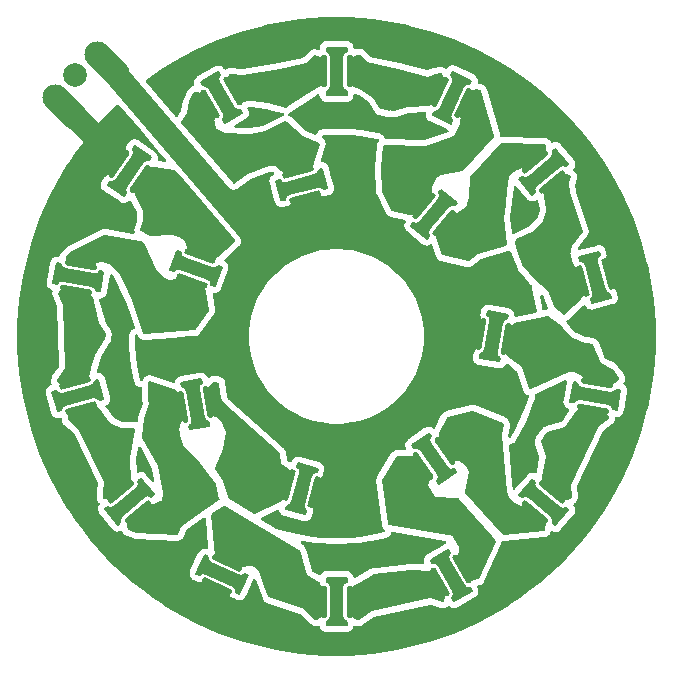
<source format=gbr>
%TF.GenerationSoftware,KiCad,Pcbnew,7.0.1*%
%TF.CreationDate,2023-12-14T16:04:10+01:00*%
%TF.ProjectId,led-ring-v2,6c65642d-7269-46e6-972d-76322e6b6963,rev?*%
%TF.SameCoordinates,Original*%
%TF.FileFunction,Copper,L1,Top*%
%TF.FilePolarity,Positive*%
%FSLAX46Y46*%
G04 Gerber Fmt 4.6, Leading zero omitted, Abs format (unit mm)*
G04 Created by KiCad (PCBNEW 7.0.1) date 2023-12-14 16:04:10*
%MOMM*%
%LPD*%
G01*
G04 APERTURE LIST*
G04 Aperture macros list*
%AMRoundRect*
0 Rectangle with rounded corners*
0 $1 Rounding radius*
0 $2 $3 $4 $5 $6 $7 $8 $9 X,Y pos of 4 corners*
0 Add a 4 corners polygon primitive as box body*
4,1,4,$2,$3,$4,$5,$6,$7,$8,$9,$2,$3,0*
0 Add four circle primitives for the rounded corners*
1,1,$1+$1,$2,$3*
1,1,$1+$1,$4,$5*
1,1,$1+$1,$6,$7*
1,1,$1+$1,$8,$9*
0 Add four rect primitives between the rounded corners*
20,1,$1+$1,$2,$3,$4,$5,0*
20,1,$1+$1,$4,$5,$6,$7,0*
20,1,$1+$1,$6,$7,$8,$9,0*
20,1,$1+$1,$8,$9,$2,$3,0*%
%AMHorizOval*
0 Thick line with rounded ends*
0 $1 width*
0 $2 $3 position (X,Y) of the first rounded end (center of the circle)*
0 $4 $5 position (X,Y) of the second rounded end (center of the circle)*
0 Add line between two ends*
20,1,$1,$2,$3,$4,$5,0*
0 Add two circle primitives to create the rounded ends*
1,1,$1,$2,$3*
1,1,$1,$4,$5*%
%AMOutline5P*
0 Free polygon, 5 corners , with rotation*
0 The origin of the aperture is its center*
0 number of corners: always 5*
0 $1 to $10 corner X, Y*
0 $11 Rotation angle, in degrees counterclockwise*
0 create outline with 5 corners*
4,1,5,$1,$2,$3,$4,$5,$6,$7,$8,$9,$10,$1,$2,$11*%
%AMOutline6P*
0 Free polygon, 6 corners , with rotation*
0 The origin of the aperture is its center*
0 number of corners: always 6*
0 $1 to $12 corner X, Y*
0 $13 Rotation angle, in degrees counterclockwise*
0 create outline with 6 corners*
4,1,6,$1,$2,$3,$4,$5,$6,$7,$8,$9,$10,$11,$12,$1,$2,$13*%
%AMOutline7P*
0 Free polygon, 7 corners , with rotation*
0 The origin of the aperture is its center*
0 number of corners: always 7*
0 $1 to $14 corner X, Y*
0 $15 Rotation angle, in degrees counterclockwise*
0 create outline with 7 corners*
4,1,7,$1,$2,$3,$4,$5,$6,$7,$8,$9,$10,$11,$12,$13,$14,$1,$2,$15*%
%AMOutline8P*
0 Free polygon, 8 corners , with rotation*
0 The origin of the aperture is its center*
0 number of corners: always 8*
0 $1 to $16 corner X, Y*
0 $17 Rotation angle, in degrees counterclockwise*
0 create outline with 8 corners*
4,1,8,$1,$2,$3,$4,$5,$6,$7,$8,$9,$10,$11,$12,$13,$14,$15,$16,$1,$2,$17*%
G04 Aperture macros list end*
%TA.AperFunction,EtchedComponent*%
%ADD10C,0.150000*%
%TD*%
%TA.AperFunction,SMDPad,CuDef*%
%ADD11RoundRect,0.125000X0.858056X0.883170X-1.018753X-0.691659X-0.858056X-0.883170X1.018753X0.691659X0*%
%TD*%
%TA.AperFunction,SMDPad,CuDef*%
%ADD12Outline5P,-1.350000X0.500000X1.350000X0.500000X1.350000X-0.500000X-1.050000X-0.500000X-1.350000X-0.200000X220.000000*%
%TD*%
%TA.AperFunction,SMDPad,CuDef*%
%ADD13RoundRect,0.125000X0.720753X-0.998381X-0.504247X1.123381X-0.720753X0.998381X0.504247X-1.123381X0*%
%TD*%
%TA.AperFunction,SMDPad,CuDef*%
%ADD14Outline5P,-1.350000X0.500000X1.350000X0.500000X1.350000X-0.500000X-1.050000X-0.500000X-1.350000X-0.200000X120.000000*%
%TD*%
%TA.AperFunction,SMDPad,CuDef*%
%ADD15RoundRect,0.125000X-0.125000X1.225000X-0.125000X-1.225000X0.125000X-1.225000X0.125000X1.225000X0*%
%TD*%
%TA.AperFunction,SMDPad,CuDef*%
%ADD16Outline5P,-1.350000X0.500000X1.350000X0.500000X1.350000X-0.500000X-1.050000X-0.500000X-1.350000X-0.200000X270.000000*%
%TD*%
%TA.AperFunction,SMDPad,CuDef*%
%ADD17RoundRect,0.125000X0.600237X1.075158X-0.805025X-0.931764X-0.600237X-1.075158X0.805025X0.931764X0*%
%TD*%
%TA.AperFunction,SMDPad,CuDef*%
%ADD18Outline5P,-1.350000X0.500000X1.350000X0.500000X1.350000X-0.500000X-1.050000X-0.500000X-1.350000X-0.200000X235.000000*%
%TD*%
%TA.AperFunction,SMDPad,CuDef*%
%ADD19RoundRect,0.125000X-1.018753X0.691659X0.858056X-0.883170X1.018753X-0.691659X-0.858056X0.883170X0*%
%TD*%
%TA.AperFunction,SMDPad,CuDef*%
%ADD20Outline5P,-1.350000X0.500000X1.350000X0.500000X1.350000X-0.500000X-1.050000X-0.500000X-1.350000X-0.200000X320.000000*%
%TD*%
%TA.AperFunction,SMDPad,CuDef*%
%ADD21RoundRect,0.125000X-1.163054X0.404419X1.057400X-0.630996X1.163054X-0.404419X-1.057400X0.630996X0*%
%TD*%
%TA.AperFunction,SMDPad,CuDef*%
%ADD22Outline5P,-1.350000X0.500000X1.350000X0.500000X1.350000X-0.500000X-1.050000X-0.500000X-1.350000X-0.200000X335.000000*%
%TD*%
%TA.AperFunction,SMDPad,CuDef*%
%ADD23RoundRect,0.125000X0.437794X-1.150907X-0.196313X1.215612X-0.437794X1.150907X0.196313X-1.215612X0*%
%TD*%
%TA.AperFunction,SMDPad,CuDef*%
%ADD24Outline5P,-1.350000X0.500000X1.350000X0.500000X1.350000X-0.500000X-1.050000X-0.500000X-1.350000X-0.200000X105.000000*%
%TD*%
%TA.AperFunction,SMDPad,CuDef*%
%ADD25RoundRect,0.125000X-0.720753X0.998381X0.504247X-1.123381X0.720753X-0.998381X-0.504247X1.123381X0*%
%TD*%
%TA.AperFunction,SMDPad,CuDef*%
%ADD26Outline5P,-1.350000X0.500000X1.350000X0.500000X1.350000X-0.500000X-1.050000X-0.500000X-1.350000X-0.200000X300.000000*%
%TD*%
%TA.AperFunction,SMDPad,CuDef*%
%ADD27RoundRect,0.125000X1.150907X0.437794X-1.215612X-0.196313X-1.150907X-0.437794X1.215612X0.196313X0*%
%TD*%
%TA.AperFunction,SMDPad,CuDef*%
%ADD28Outline5P,-1.350000X0.500000X1.350000X0.500000X1.350000X-0.500000X-1.050000X-0.500000X-1.350000X-0.200000X195.000000*%
%TD*%
%TA.AperFunction,SMDPad,CuDef*%
%ADD29RoundRect,0.125000X1.228096X-0.089618X-1.184683X0.335820X-1.228096X0.089618X1.184683X-0.335820X0*%
%TD*%
%TA.AperFunction,SMDPad,CuDef*%
%ADD30Outline5P,-1.350000X0.500000X1.350000X0.500000X1.350000X-0.500000X-1.050000X-0.500000X-1.350000X-0.200000X170.000000*%
%TD*%
%TA.AperFunction,SMDPad,CuDef*%
%ADD31RoundRect,0.125000X-0.404419X-1.163054X0.630996X1.057400X0.404419X1.163054X-0.630996X-1.057400X0*%
%TD*%
%TA.AperFunction,SMDPad,CuDef*%
%ADD32Outline5P,-1.350000X0.500000X1.350000X0.500000X1.350000X-0.500000X-1.050000X-0.500000X-1.350000X-0.200000X65.000000*%
%TD*%
%TA.AperFunction,SMDPad,CuDef*%
%ADD33RoundRect,0.125000X-0.691659X-1.018753X0.883170X0.858056X0.691659X1.018753X-0.883170X-0.858056X0*%
%TD*%
%TA.AperFunction,SMDPad,CuDef*%
%ADD34Outline5P,-1.350000X0.500000X1.350000X0.500000X1.350000X-0.500000X-1.050000X-0.500000X-1.350000X-0.200000X50.000000*%
%TD*%
%TA.AperFunction,SMDPad,CuDef*%
%ADD35RoundRect,0.125000X0.196313X1.215612X-0.437794X-1.150907X-0.196313X-1.215612X0.437794X1.150907X0*%
%TD*%
%TA.AperFunction,SMDPad,CuDef*%
%ADD36Outline5P,-1.350000X0.500000X1.350000X0.500000X1.350000X-0.500000X-1.050000X-0.500000X-1.350000X-0.200000X255.000000*%
%TD*%
%TA.AperFunction,SMDPad,CuDef*%
%ADD37RoundRect,0.125000X-0.858056X-0.883170X1.018753X0.691659X0.858056X0.883170X-1.018753X-0.691659X0*%
%TD*%
%TA.AperFunction,SMDPad,CuDef*%
%ADD38Outline5P,-1.350000X0.500000X1.350000X0.500000X1.350000X-0.500000X-1.050000X-0.500000X-1.350000X-0.200000X40.000000*%
%TD*%
%TA.AperFunction,SMDPad,CuDef*%
%ADD39RoundRect,0.125000X-0.335820X1.184683X0.089618X-1.228096X0.335820X-1.184683X-0.089618X1.228096X0*%
%TD*%
%TA.AperFunction,SMDPad,CuDef*%
%ADD40Outline5P,-1.350000X0.500000X1.350000X0.500000X1.350000X-0.500000X-1.050000X-0.500000X-1.350000X-0.200000X280.000000*%
%TD*%
%TA.AperFunction,SMDPad,CuDef*%
%ADD41RoundRect,0.125000X-0.805025X0.931764X0.600237X-1.075158X0.805025X-0.931764X-0.600237X1.075158X0*%
%TD*%
%TA.AperFunction,SMDPad,CuDef*%
%ADD42Outline5P,-1.350000X0.500000X1.350000X0.500000X1.350000X-0.500000X-1.050000X-0.500000X-1.350000X-0.200000X305.000000*%
%TD*%
%TA.AperFunction,SMDPad,CuDef*%
%ADD43RoundRect,0.125000X-0.089618X-1.228096X0.335820X1.184683X0.089618X1.228096X-0.335820X-1.184683X0*%
%TD*%
%TA.AperFunction,SMDPad,CuDef*%
%ADD44Outline5P,-1.350000X0.500000X1.350000X0.500000X1.350000X-0.500000X-1.050000X-0.500000X-1.350000X-0.200000X80.000000*%
%TD*%
%TA.AperFunction,SMDPad,CuDef*%
%ADD45RoundRect,0.125000X-1.228096X0.089618X1.184683X-0.335820X1.228096X-0.089618X-1.184683X0.335820X0*%
%TD*%
%TA.AperFunction,SMDPad,CuDef*%
%ADD46Outline5P,-1.350000X0.500000X1.350000X0.500000X1.350000X-0.500000X-1.050000X-0.500000X-1.350000X-0.200000X350.000000*%
%TD*%
%TA.AperFunction,SMDPad,CuDef*%
%ADD47RoundRect,0.125000X1.193876X-0.301513X-1.108371X0.536436X-1.193876X0.301513X1.108371X-0.536436X0*%
%TD*%
%TA.AperFunction,SMDPad,CuDef*%
%ADD48Outline5P,-1.350000X0.500000X1.350000X0.500000X1.350000X-0.500000X-1.050000X-0.500000X-1.350000X-0.200000X160.000000*%
%TD*%
%TA.AperFunction,SMDPad,CuDef*%
%ADD49RoundRect,0.125000X0.125000X-1.225000X0.125000X1.225000X-0.125000X1.225000X-0.125000X-1.225000X0*%
%TD*%
%TA.AperFunction,SMDPad,CuDef*%
%ADD50Outline5P,-1.350000X0.500000X1.350000X0.500000X1.350000X-0.500000X-1.050000X-0.500000X-1.350000X-0.200000X90.000000*%
%TD*%
%TA.AperFunction,SMDPad,CuDef*%
%ADD51C,1.000000*%
%TD*%
%TA.AperFunction,SMDPad,CuDef*%
%ADD52HorizOval,2.200000X0.813173X-0.813173X-0.813173X0.813173X0*%
%TD*%
%TA.AperFunction,SMDPad,CuDef*%
%ADD53HorizOval,2.000000X0.000000X0.000000X0.000000X0.000000X0*%
%TD*%
%TA.AperFunction,Conductor*%
%ADD54C,0.200000*%
%TD*%
%TA.AperFunction,Conductor*%
%ADD55C,2.000000*%
%TD*%
G04 APERTURE END LIST*
%TO.C,D10*%
D10*
X-15471542Y-13365563D02*
X-15701355Y-13558399D01*
X-15976959Y-13463306D01*
X-16271051Y-13579538D01*
X-18186162Y-15186507D01*
X-18351696Y-15455947D01*
X-18305906Y-15743877D01*
X-18535719Y-15936713D01*
X-19628458Y-14634437D01*
X-19398645Y-14441601D01*
X-19123041Y-14536694D01*
X-18828949Y-14420462D01*
X-16913838Y-12813493D01*
X-16748304Y-12544053D01*
X-16794094Y-12256123D01*
X-16564281Y-12063287D01*
X-15471542Y-13365563D01*
%TA.AperFunction,EtchedComponent*%
G36*
X-15471542Y-13365563D02*
G01*
X-15701355Y-13558399D01*
X-15976959Y-13463306D01*
X-16271051Y-13579538D01*
X-18186162Y-15186507D01*
X-18351696Y-15455947D01*
X-18305906Y-15743877D01*
X-18535719Y-15936713D01*
X-19628458Y-14634437D01*
X-19398645Y-14441601D01*
X-19123041Y-14536694D01*
X-18828949Y-14420462D01*
X-16913838Y-12813493D01*
X-16748304Y-12544053D01*
X-16794094Y-12256123D01*
X-16564281Y-12063287D01*
X-15471542Y-13365563D01*
G37*
%TD.AperFunction*%
%TO.C,D16*%
X-9863878Y22097243D02*
X-10005385Y21842339D01*
X-9941987Y21532532D01*
X-8691987Y19367468D01*
X-8455385Y19157661D01*
X-8163878Y19152757D01*
X-8013878Y18892949D01*
X-9486122Y18042949D01*
X-9636122Y18302757D01*
X-9494615Y18557661D01*
X-9558013Y18867468D01*
X-10808013Y21032532D01*
X-11044615Y21242339D01*
X-11336122Y21247243D01*
X-11486122Y21507051D01*
X-10013878Y22357051D01*
X-9863878Y22097243D01*
%TA.AperFunction,EtchedComponent*%
G36*
X-9863878Y22097243D02*
G01*
X-10005385Y21842339D01*
X-9941987Y21532532D01*
X-8691987Y19367468D01*
X-8455385Y19157661D01*
X-8163878Y19152757D01*
X-8013878Y18892949D01*
X-9486122Y18042949D01*
X-9636122Y18302757D01*
X-9494615Y18557661D01*
X-9558013Y18867468D01*
X-10808013Y21032532D01*
X-11044615Y21242339D01*
X-11336122Y21247243D01*
X-11486122Y21507051D01*
X-10013878Y22357051D01*
X-9863878Y22097243D01*
G37*
%TD.AperFunction*%
%TO.C,D6*%
X850000Y-20750000D02*
X600000Y-20900000D01*
X500000Y-21200000D01*
X500000Y-23700000D01*
X600000Y-24000000D01*
X850000Y-24150000D01*
X850000Y-24450000D01*
X-850000Y-24450000D01*
X-850000Y-24150000D01*
X-600000Y-24000000D01*
X-500000Y-23700000D01*
X-500000Y-21200000D01*
X-600000Y-20900000D01*
X-850000Y-20750000D01*
X-850000Y-20450000D01*
X850000Y-20450000D01*
X850000Y-20750000D01*
%TA.AperFunction,EtchedComponent*%
G36*
X850000Y-20750000D02*
G01*
X600000Y-20900000D01*
X500000Y-21200000D01*
X500000Y-23700000D01*
X600000Y-24000000D01*
X850000Y-24150000D01*
X850000Y-24450000D01*
X-850000Y-24450000D01*
X-850000Y-24150000D01*
X-600000Y-24000000D01*
X-500000Y-23700000D01*
X-500000Y-21200000D01*
X-600000Y-20900000D01*
X-850000Y-20750000D01*
X-850000Y-20450000D01*
X850000Y-20450000D01*
X850000Y-20750000D01*
G37*
%TD.AperFunction*%
%TO.C,D14*%
X-15706568Y15150764D02*
X-15878641Y14905019D01*
X-16169465Y14925540D01*
X-16423453Y14737152D01*
X-17857395Y12689272D01*
X-17947552Y12386168D01*
X-17828801Y12119902D01*
X-18000874Y11874156D01*
X-19393432Y12849236D01*
X-19221359Y13094981D01*
X-18930535Y13074460D01*
X-18676547Y13262848D01*
X-17242605Y15310728D01*
X-17152448Y15613832D01*
X-17271199Y15880098D01*
X-17099126Y16125844D01*
X-15706568Y15150764D01*
%TA.AperFunction,EtchedComponent*%
G36*
X-15706568Y15150764D02*
G01*
X-15878641Y14905019D01*
X-16169465Y14925540D01*
X-16423453Y14737152D01*
X-17857395Y12689272D01*
X-17947552Y12386168D01*
X-17828801Y12119902D01*
X-18000874Y11874156D01*
X-19393432Y12849236D01*
X-19221359Y13094981D01*
X-18930535Y13074460D01*
X-18676547Y13262848D01*
X-17242605Y15310728D01*
X-17152448Y15613832D01*
X-17271199Y15880098D01*
X-17099126Y16125844D01*
X-15706568Y15150764D01*
G37*
%TD.AperFunction*%
%TO.C,D3*%
X16794094Y-12306123D02*
X16748304Y-12594053D01*
X16913838Y-12863493D01*
X18828949Y-14470462D01*
X19123041Y-14586694D01*
X19398645Y-14491601D01*
X19628458Y-14684437D01*
X18535719Y-15986713D01*
X18305906Y-15793877D01*
X18351696Y-15505947D01*
X18186162Y-15236507D01*
X16271051Y-13629538D01*
X15976959Y-13513306D01*
X15701355Y-13608399D01*
X15471542Y-13415563D01*
X16564281Y-12113287D01*
X16794094Y-12306123D01*
%TA.AperFunction,EtchedComponent*%
G36*
X16794094Y-12306123D02*
G01*
X16748304Y-12594053D01*
X16913838Y-12863493D01*
X18828949Y-14470462D01*
X19123041Y-14586694D01*
X19398645Y-14491601D01*
X19628458Y-14684437D01*
X18535719Y-15986713D01*
X18305906Y-15793877D01*
X18351696Y-15505947D01*
X18186162Y-15236507D01*
X16271051Y-13629538D01*
X15976959Y-13513306D01*
X15701355Y-13608399D01*
X15471542Y-13415563D01*
X16564281Y-12113287D01*
X16794094Y-12306123D01*
G37*
%TD.AperFunction*%
%TO.C,D7*%
X-10881498Y-18661187D02*
X-10851206Y-18951157D01*
X-10621576Y-19168573D01*
X-8355806Y-20225119D01*
X-8041652Y-20261274D01*
X-7800051Y-20098089D01*
X-7528159Y-20224875D01*
X-8246610Y-21765598D01*
X-8518502Y-21638813D01*
X-8548794Y-21348843D01*
X-8778424Y-21131427D01*
X-11044194Y-20074881D01*
X-11358348Y-20038726D01*
X-11599949Y-20201911D01*
X-11871841Y-20075125D01*
X-11153390Y-18534402D01*
X-10881498Y-18661187D01*
%TA.AperFunction,EtchedComponent*%
G36*
X-10881498Y-18661187D02*
G01*
X-10851206Y-18951157D01*
X-10621576Y-19168573D01*
X-8355806Y-20225119D01*
X-8041652Y-20261274D01*
X-7800051Y-20098089D01*
X-7528159Y-20224875D01*
X-8246610Y-21765598D01*
X-8518502Y-21638813D01*
X-8548794Y-21348843D01*
X-8778424Y-21131427D01*
X-11044194Y-20074881D01*
X-11358348Y-20038726D01*
X-11599949Y-20201911D01*
X-11871841Y-20075125D01*
X-11153390Y-18534402D01*
X-10881498Y-18661187D01*
G37*
%TD.AperFunction*%
%TO.C,D21*%
X22281045Y6862070D02*
X22078386Y6652476D01*
X22059439Y6336817D01*
X22706487Y3922002D01*
X22880725Y3658106D01*
X23161029Y3577922D01*
X23238675Y3288145D01*
X21596601Y2848152D01*
X21518955Y3137930D01*
X21721614Y3347524D01*
X21740561Y3663183D01*
X21093513Y6077998D01*
X20919275Y6341894D01*
X20638971Y6422078D01*
X20561325Y6711855D01*
X22203399Y7151848D01*
X22281045Y6862070D01*
%TA.AperFunction,EtchedComponent*%
G36*
X22281045Y6862070D02*
G01*
X22078386Y6652476D01*
X22059439Y6336817D01*
X22706487Y3922002D01*
X22880725Y3658106D01*
X23161029Y3577922D01*
X23238675Y3288145D01*
X21596601Y2848152D01*
X21518955Y3137930D01*
X21721614Y3347524D01*
X21740561Y3663183D01*
X21093513Y6077998D01*
X20919275Y6341894D01*
X20638971Y6422078D01*
X20561325Y6711855D01*
X22203399Y7151848D01*
X22281045Y6862070D01*
G37*
%TD.AperFunction*%
%TO.C,D5*%
X9586122Y-18352757D02*
X9444615Y-18607661D01*
X9508013Y-18917468D01*
X10758013Y-21082532D01*
X10994615Y-21292339D01*
X11286122Y-21297243D01*
X11436122Y-21557051D01*
X9963878Y-22407051D01*
X9813878Y-22147243D01*
X9955385Y-21892339D01*
X9891987Y-21582532D01*
X8641987Y-19417468D01*
X8405385Y-19207661D01*
X8113878Y-19202757D01*
X7963878Y-18942949D01*
X9436122Y-18092949D01*
X9586122Y-18352757D01*
%TA.AperFunction,EtchedComponent*%
G36*
X9586122Y-18352757D02*
G01*
X9444615Y-18607661D01*
X9508013Y-18917468D01*
X10758013Y-21082532D01*
X10994615Y-21292339D01*
X11286122Y-21297243D01*
X11436122Y-21557051D01*
X9963878Y-22407051D01*
X9813878Y-22147243D01*
X9955385Y-21892339D01*
X9891987Y-21582532D01*
X8641987Y-19417468D01*
X8405385Y-19207661D01*
X8113878Y-19202757D01*
X7963878Y-18942949D01*
X9436122Y-18092949D01*
X9586122Y-18352757D01*
G37*
%TD.AperFunction*%
%TO.C,D15*%
X-798152Y12546601D02*
X-1087930Y12468955D01*
X-1297524Y12671614D01*
X-1613183Y12690561D01*
X-4027998Y12043513D01*
X-4291894Y11869275D01*
X-4372078Y11588971D01*
X-4661855Y11511325D01*
X-5101848Y13153399D01*
X-4812070Y13231045D01*
X-4602476Y13028386D01*
X-4286817Y13009439D01*
X-1872002Y13656487D01*
X-1608106Y13830725D01*
X-1527922Y14111029D01*
X-1238145Y14188675D01*
X-798152Y12546601D01*
%TA.AperFunction,EtchedComponent*%
G36*
X-798152Y12546601D02*
G01*
X-1087930Y12468955D01*
X-1297524Y12671614D01*
X-1613183Y12690561D01*
X-4027998Y12043513D01*
X-4291894Y11869275D01*
X-4372078Y11588971D01*
X-4661855Y11511325D01*
X-5101848Y13153399D01*
X-4812070Y13231045D01*
X-4602476Y13028386D01*
X-4286817Y13009439D01*
X-1872002Y13656487D01*
X-1608106Y13830725D01*
X-1527922Y14111029D01*
X-1238145Y14188675D01*
X-798152Y12546601D01*
G37*
%TD.AperFunction*%
%TO.C,D12*%
X-23376572Y6132288D02*
X-23272263Y5860039D01*
X-22994186Y5709464D01*
X-20532166Y5275344D01*
X-20219359Y5321730D01*
X-20028226Y5541885D01*
X-19732784Y5489790D01*
X-20027985Y3815617D01*
X-20323428Y3867712D01*
X-20427737Y4139961D01*
X-20705814Y4290536D01*
X-23167834Y4724656D01*
X-23480641Y4678270D01*
X-23671774Y4458115D01*
X-23967216Y4510210D01*
X-23672015Y6184383D01*
X-23376572Y6132288D01*
%TA.AperFunction,EtchedComponent*%
G36*
X-23376572Y6132288D02*
G01*
X-23272263Y5860039D01*
X-22994186Y5709464D01*
X-20532166Y5275344D01*
X-20219359Y5321730D01*
X-20028226Y5541885D01*
X-19732784Y5489790D01*
X-20027985Y3815617D01*
X-20323428Y3867712D01*
X-20427737Y4139961D01*
X-20705814Y4290536D01*
X-23167834Y4724656D01*
X-23480641Y4678270D01*
X-23671774Y4458115D01*
X-23967216Y4510210D01*
X-23672015Y6184383D01*
X-23376572Y6132288D01*
G37*
%TD.AperFunction*%
%TO.C,D18*%
X11365598Y21653390D02*
X11238813Y21381498D01*
X10948843Y21351206D01*
X10731427Y21121576D01*
X9674881Y18855806D01*
X9638726Y18541652D01*
X9801911Y18300051D01*
X9675125Y18028159D01*
X8134402Y18746610D01*
X8261187Y19018502D01*
X8551157Y19048794D01*
X8768573Y19278424D01*
X9825119Y21544194D01*
X9861274Y21858348D01*
X9698089Y22099949D01*
X9824875Y22371841D01*
X11365598Y21653390D01*
%TA.AperFunction,EtchedComponent*%
G36*
X11365598Y21653390D02*
G01*
X11238813Y21381498D01*
X10948843Y21351206D01*
X10731427Y21121576D01*
X9674881Y18855806D01*
X9638726Y18541652D01*
X9801911Y18300051D01*
X9675125Y18028159D01*
X8134402Y18746610D01*
X8261187Y19018502D01*
X8551157Y19048794D01*
X8768573Y19278424D01*
X9825119Y21544194D01*
X9861274Y21858348D01*
X9698089Y22099949D01*
X9824875Y22371841D01*
X11365598Y21653390D01*
G37*
%TD.AperFunction*%
%TO.C,D11*%
X-19748152Y-5303399D02*
X-20037930Y-5381045D01*
X-20247524Y-5178386D01*
X-20563183Y-5159439D01*
X-22977998Y-5806487D01*
X-23241894Y-5980725D01*
X-23322078Y-6261029D01*
X-23611855Y-6338675D01*
X-24051848Y-4696601D01*
X-23762070Y-4618955D01*
X-23552476Y-4821614D01*
X-23236817Y-4840561D01*
X-20822002Y-4193513D01*
X-20558106Y-4019275D01*
X-20477922Y-3738971D01*
X-20188145Y-3661325D01*
X-19748152Y-5303399D01*
%TA.AperFunction,EtchedComponent*%
G36*
X-19748152Y-5303399D02*
G01*
X-20037930Y-5381045D01*
X-20247524Y-5178386D01*
X-20563183Y-5159439D01*
X-22977998Y-5806487D01*
X-23241894Y-5980725D01*
X-23322078Y-6261029D01*
X-23611855Y-6338675D01*
X-24051848Y-4696601D01*
X-23762070Y-4618955D01*
X-23552476Y-4821614D01*
X-23236817Y-4840561D01*
X-20822002Y-4193513D01*
X-20558106Y-4019275D01*
X-20477922Y-3738971D01*
X-20188145Y-3661325D01*
X-19748152Y-5303399D01*
G37*
%TD.AperFunction*%
%TO.C,D19*%
X10186713Y11335719D02*
X9993877Y11105906D01*
X9705947Y11151696D01*
X9436507Y10986162D01*
X7829538Y9071051D01*
X7713306Y8776959D01*
X7808399Y8501355D01*
X7615563Y8271542D01*
X6313287Y9364281D01*
X6506123Y9594094D01*
X6794053Y9548304D01*
X7063493Y9713838D01*
X8670462Y11628949D01*
X8786694Y11923041D01*
X8691601Y12198645D01*
X8884437Y12428458D01*
X10186713Y11335719D01*
%TA.AperFunction,EtchedComponent*%
G36*
X10186713Y11335719D02*
G01*
X9993877Y11105906D01*
X9705947Y11151696D01*
X9436507Y10986162D01*
X7829538Y9071051D01*
X7713306Y8776959D01*
X7808399Y8501355D01*
X7615563Y8271542D01*
X6313287Y9364281D01*
X6506123Y9594094D01*
X6794053Y9548304D01*
X7063493Y9713838D01*
X8670462Y11628949D01*
X8786694Y11923041D01*
X8691601Y12198645D01*
X8884437Y12428458D01*
X10186713Y11335719D01*
G37*
%TD.AperFunction*%
%TO.C,D8*%
X-1611325Y-11188145D02*
X-1688971Y-11477922D01*
X-1969275Y-11558106D01*
X-2143513Y-11822002D01*
X-2790561Y-14236817D01*
X-2771614Y-14552476D01*
X-2568955Y-14762070D01*
X-2646601Y-15051848D01*
X-4288675Y-14611855D01*
X-4211029Y-14322078D01*
X-3930725Y-14241894D01*
X-3756487Y-13977998D01*
X-3109439Y-11563183D01*
X-3128386Y-11247524D01*
X-3331045Y-11037930D01*
X-3253399Y-10748152D01*
X-1611325Y-11188145D01*
%TA.AperFunction,EtchedComponent*%
G36*
X-1611325Y-11188145D02*
G01*
X-1688971Y-11477922D01*
X-1969275Y-11558106D01*
X-2143513Y-11822002D01*
X-2790561Y-14236817D01*
X-2771614Y-14552476D01*
X-2568955Y-14762070D01*
X-2646601Y-15051848D01*
X-4288675Y-14611855D01*
X-4211029Y-14322078D01*
X-3930725Y-14241894D01*
X-3756487Y-13977998D01*
X-3109439Y-11563183D01*
X-3128386Y-11247524D01*
X-3331045Y-11037930D01*
X-3253399Y-10748152D01*
X-1611325Y-11188145D01*
G37*
%TD.AperFunction*%
%TO.C,D20*%
X19628458Y14584437D02*
X19398645Y14391601D01*
X19123041Y14486694D01*
X18828949Y14370462D01*
X16913838Y12763493D01*
X16748304Y12494053D01*
X16794094Y12206123D01*
X16564281Y12013287D01*
X15471542Y13315563D01*
X15701355Y13508399D01*
X15976959Y13413306D01*
X16271051Y13529538D01*
X18186162Y15136507D01*
X18351696Y15405947D01*
X18305906Y15693877D01*
X18535719Y15886713D01*
X19628458Y14584437D01*
%TA.AperFunction,EtchedComponent*%
G36*
X19628458Y14584437D02*
G01*
X19398645Y14391601D01*
X19123041Y14486694D01*
X18828949Y14370462D01*
X16913838Y12763493D01*
X16748304Y12494053D01*
X16794094Y12206123D01*
X16564281Y12013287D01*
X15471542Y13315563D01*
X15701355Y13508399D01*
X15976959Y13413306D01*
X16271051Y13529538D01*
X18186162Y15136507D01*
X18351696Y15405947D01*
X18305906Y15693877D01*
X18535719Y15886713D01*
X19628458Y14584437D01*
G37*
%TD.AperFunction*%
%TO.C,D9*%
X-11408115Y-3928226D02*
X-11628270Y-4119359D01*
X-11674656Y-4432166D01*
X-11240536Y-6894186D01*
X-11089961Y-7172263D01*
X-10817712Y-7276572D01*
X-10765617Y-7572015D01*
X-12439790Y-7867216D01*
X-12491885Y-7571774D01*
X-12271730Y-7380641D01*
X-12225344Y-7067834D01*
X-12659464Y-4605814D01*
X-12810039Y-4327737D01*
X-13082288Y-4223428D01*
X-13134383Y-3927985D01*
X-11460210Y-3632784D01*
X-11408115Y-3928226D01*
%TA.AperFunction,EtchedComponent*%
G36*
X-11408115Y-3928226D02*
G01*
X-11628270Y-4119359D01*
X-11674656Y-4432166D01*
X-11240536Y-6894186D01*
X-11089961Y-7172263D01*
X-10817712Y-7276572D01*
X-10765617Y-7572015D01*
X-12439790Y-7867216D01*
X-12491885Y-7571774D01*
X-12271730Y-7380641D01*
X-12225344Y-7067834D01*
X-12659464Y-4605814D01*
X-12810039Y-4327737D01*
X-13082288Y-4223428D01*
X-13134383Y-3927985D01*
X-11460210Y-3632784D01*
X-11408115Y-3928226D01*
G37*
%TD.AperFunction*%
%TO.C,D4*%
X7971199Y-8469902D02*
X7852448Y-8736168D01*
X7942605Y-9039272D01*
X9376547Y-11087152D01*
X9630535Y-11275540D01*
X9921359Y-11255019D01*
X10093432Y-11500764D01*
X8700874Y-12475844D01*
X8528801Y-12230098D01*
X8647552Y-11963832D01*
X8557395Y-11660728D01*
X7123453Y-9612848D01*
X6869465Y-9424460D01*
X6578641Y-9444981D01*
X6406568Y-9199236D01*
X7799126Y-8224156D01*
X7971199Y-8469902D01*
%TA.AperFunction,EtchedComponent*%
G36*
X7971199Y-8469902D02*
G01*
X7852448Y-8736168D01*
X7942605Y-9039272D01*
X9376547Y-11087152D01*
X9630535Y-11275540D01*
X9921359Y-11255019D01*
X10093432Y-11500764D01*
X8700874Y-12475844D01*
X8528801Y-12230098D01*
X8647552Y-11963832D01*
X8557395Y-11660728D01*
X7123453Y-9612848D01*
X6869465Y-9424460D01*
X6578641Y-9444981D01*
X6406568Y-9199236D01*
X7799126Y-8224156D01*
X7971199Y-8469902D01*
G37*
%TD.AperFunction*%
%TO.C,D1*%
X14484383Y1822015D02*
X14432288Y1526572D01*
X14160039Y1422263D01*
X14009464Y1144186D01*
X13575344Y-1317834D01*
X13621730Y-1630641D01*
X13841885Y-1821774D01*
X13789790Y-2117216D01*
X12115617Y-1822015D01*
X12167712Y-1526572D01*
X12439961Y-1422263D01*
X12590536Y-1144186D01*
X13024656Y1317834D01*
X12978270Y1630641D01*
X12758115Y1821774D01*
X12810210Y2117216D01*
X14484383Y1822015D01*
%TA.AperFunction,EtchedComponent*%
G36*
X14484383Y1822015D02*
G01*
X14432288Y1526572D01*
X14160039Y1422263D01*
X14009464Y1144186D01*
X13575344Y-1317834D01*
X13621730Y-1630641D01*
X13841885Y-1821774D01*
X13789790Y-2117216D01*
X12115617Y-1822015D01*
X12167712Y-1526572D01*
X12439961Y-1422263D01*
X12590536Y-1144186D01*
X13024656Y1317834D01*
X12978270Y1630641D01*
X12758115Y1821774D01*
X12810210Y2117216D01*
X14484383Y1822015D01*
G37*
%TD.AperFunction*%
%TO.C,D2*%
X20373428Y-3917712D02*
X20477737Y-4189961D01*
X20755814Y-4340536D01*
X23217834Y-4774656D01*
X23530641Y-4728270D01*
X23721774Y-4508115D01*
X24017216Y-4560210D01*
X23722015Y-6234383D01*
X23426572Y-6182288D01*
X23322263Y-5910039D01*
X23044186Y-5759464D01*
X20582166Y-5325344D01*
X20269359Y-5371730D01*
X20078226Y-5591885D01*
X19782784Y-5539790D01*
X20077985Y-3865617D01*
X20373428Y-3917712D01*
%TA.AperFunction,EtchedComponent*%
G36*
X20373428Y-3917712D02*
G01*
X20477737Y-4189961D01*
X20755814Y-4340536D01*
X23217834Y-4774656D01*
X23530641Y-4728270D01*
X23721774Y-4508115D01*
X24017216Y-4560210D01*
X23722015Y-6234383D01*
X23426572Y-6182288D01*
X23322263Y-5910039D01*
X23044186Y-5759464D01*
X20582166Y-5325344D01*
X20269359Y-5371730D01*
X20078226Y-5591885D01*
X19782784Y-5539790D01*
X20077985Y-3865617D01*
X20373428Y-3917712D01*
G37*
%TD.AperFunction*%
%TO.C,D13*%
X-13206760Y7130173D02*
X-13151311Y6843947D01*
X-12903606Y6647371D01*
X-10554374Y5792321D01*
X-10238264Y5783684D01*
X-10011805Y5967304D01*
X-9729898Y5864698D01*
X-10311332Y4267221D01*
X-10593240Y4369827D01*
X-10648689Y4656053D01*
X-10896394Y4852629D01*
X-13245626Y5707679D01*
X-13561736Y5716316D01*
X-13788195Y5532696D01*
X-14070102Y5635302D01*
X-13488668Y7232779D01*
X-13206760Y7130173D01*
%TA.AperFunction,EtchedComponent*%
G36*
X-13206760Y7130173D02*
G01*
X-13151311Y6843947D01*
X-12903606Y6647371D01*
X-10554374Y5792321D01*
X-10238264Y5783684D01*
X-10011805Y5967304D01*
X-9729898Y5864698D01*
X-10311332Y4267221D01*
X-10593240Y4369827D01*
X-10648689Y4656053D01*
X-10896394Y4852629D01*
X-13245626Y5707679D01*
X-13561736Y5716316D01*
X-13788195Y5532696D01*
X-14070102Y5635302D01*
X-13488668Y7232779D01*
X-13206760Y7130173D01*
G37*
%TD.AperFunction*%
%TO.C,D17*%
X850000Y24150000D02*
X600000Y24000000D01*
X500000Y23700000D01*
X500000Y21200000D01*
X600000Y20900000D01*
X850000Y20750000D01*
X850000Y20450000D01*
X-850000Y20450000D01*
X-850000Y20750000D01*
X-600000Y20900000D01*
X-500000Y21200000D01*
X-500000Y23700000D01*
X-600000Y24000000D01*
X-850000Y24150000D01*
X-850000Y24450000D01*
X850000Y24450000D01*
X850000Y24150000D01*
%TA.AperFunction,EtchedComponent*%
G36*
X850000Y24150000D02*
G01*
X600000Y24000000D01*
X500000Y23700000D01*
X500000Y21200000D01*
X600000Y20900000D01*
X850000Y20750000D01*
X850000Y20450000D01*
X-850000Y20450000D01*
X-850000Y20750000D01*
X-600000Y20900000D01*
X-500000Y21200000D01*
X-500000Y23700000D01*
X-600000Y24000000D01*
X-850000Y24150000D01*
X-850000Y24450000D01*
X850000Y24450000D01*
X850000Y24150000D01*
G37*
%TD.AperFunction*%
%TD*%
D11*
%TO.P,D10,1,K*%
%TO.N,Net-(D10-K)*%
X-18257066Y-13157351D03*
%TO.P,D10,2,A*%
%TO.N,Net-(D10-A)*%
X-16842934Y-14842649D03*
D12*
%TO.P,D10,3,PAD*%
%TO.N,unconnected-(D10-PAD-Pad3)*%
X-17550000Y-14000000D03*
%TD*%
D13*
%TO.P,D16,1,K*%
%TO.N,Net-(D16-K)*%
X-8797372Y20750000D03*
%TO.P,D16,2,A*%
%TO.N,Net-(D15-K)*%
X-10702628Y19650000D03*
D14*
%TO.P,D16,3,PAD*%
%TO.N,unconnected-(D16-PAD-Pad3)*%
X-9750000Y20200000D03*
%TD*%
D15*
%TO.P,D6,1,K*%
%TO.N,Net-(D6-K)*%
X-1100000Y-22450000D03*
%TO.P,D6,2,A*%
%TO.N,Net-(D5-K)*%
X1100000Y-22450000D03*
D16*
%TO.P,D6,3,PAD*%
%TO.N,unconnected-(D6-PAD-Pad3)*%
X0Y-22450000D03*
%TD*%
D17*
%TO.P,D14,1,K*%
%TO.N,-VDC*%
X-18451067Y14630934D03*
%TO.P,D14,2,A*%
%TO.N,Net-(D13-K)*%
X-16648933Y13369066D03*
D18*
%TO.P,D14,3,PAD*%
%TO.N,unconnected-(D14-PAD-Pad3)*%
X-17550000Y14000000D03*
%TD*%
D19*
%TO.P,D3,1,K*%
%TO.N,Net-(D3-K)*%
X16842934Y-14892649D03*
%TO.P,D3,2,A*%
%TO.N,Net-(D2-K)*%
X18257066Y-13207351D03*
D20*
%TO.P,D3,3,PAD*%
%TO.N,unconnected-(D3-PAD-Pad3)*%
X17550000Y-14050000D03*
%TD*%
D21*
%TO.P,D7,1,K*%
%TO.N,-VDC*%
X-10164880Y-21146939D03*
%TO.P,D7,2,A*%
%TO.N,Net-(D6-K)*%
X-9235120Y-19153061D03*
D22*
%TO.P,D7,3,PAD*%
%TO.N,unconnected-(D7-PAD-Pad3)*%
X-9700000Y-20150000D03*
%TD*%
D23*
%TO.P,D21,1,K*%
%TO.N,-VDC*%
X22962518Y5284701D03*
%TO.P,D21,2,A*%
%TO.N,Net-(D20-K)*%
X20837482Y4715299D03*
D24*
%TO.P,D21,3,PAD*%
%TO.N,unconnected-(D21-PAD-Pad3)*%
X21900000Y5000000D03*
%TD*%
D25*
%TO.P,D5,1,K*%
%TO.N,Net-(D5-K)*%
X8747372Y-20800000D03*
%TO.P,D5,2,A*%
%TO.N,Net-(D4-K)*%
X10652628Y-19700000D03*
D26*
%TO.P,D5,3,PAD*%
%TO.N,unconnected-(D5-PAD-Pad3)*%
X9700000Y-20250000D03*
%TD*%
D27*
%TO.P,D15,1,K*%
%TO.N,Net-(D15-K)*%
X-3234701Y13912518D03*
%TO.P,D15,2,A*%
%TO.N,+VDC*%
X-2665299Y11787482D03*
D28*
%TO.P,D15,3,PAD*%
%TO.N,unconnected-(D15-PAD-Pad3)*%
X-2950000Y12850000D03*
%TD*%
D29*
%TO.P,D12,1,K*%
%TO.N,Net-(D12-K)*%
X-21658987Y6083289D03*
%TO.P,D12,2,A*%
%TO.N,Net-(D11-K)*%
X-22041013Y3916711D03*
D30*
%TO.P,D12,3,PAD*%
%TO.N,unconnected-(D12-PAD-Pad3)*%
X-21850000Y5000000D03*
%TD*%
D31*
%TO.P,D18,1,K*%
%TO.N,Net-(D18-K)*%
X10746939Y19735120D03*
%TO.P,D18,2,A*%
%TO.N,Net-(D17-K)*%
X8753061Y20664880D03*
D32*
%TO.P,D18,3,PAD*%
%TO.N,unconnected-(D18-PAD-Pad3)*%
X9750000Y20200000D03*
%TD*%
D27*
%TO.P,D11,1,K*%
%TO.N,Net-(D11-K)*%
X-22184701Y-3937482D03*
%TO.P,D11,2,A*%
%TO.N,Net-(D10-K)*%
X-21615299Y-6062518D03*
D28*
%TO.P,D11,3,PAD*%
%TO.N,unconnected-(D11-PAD-Pad3)*%
X-21900000Y-5000000D03*
%TD*%
D33*
%TO.P,D19,1,K*%
%TO.N,Net-(D19-K)*%
X9092649Y9642934D03*
%TO.P,D19,2,A*%
%TO.N,Net-(D18-K)*%
X7407351Y11057066D03*
D34*
%TO.P,D19,3,PAD*%
%TO.N,unconnected-(D19-PAD-Pad3)*%
X8250000Y10350000D03*
%TD*%
D35*
%TO.P,D8,1,K*%
%TO.N,Net-(D8-K)*%
X-4012518Y-12615299D03*
%TO.P,D8,2,A*%
%TO.N,+VDC*%
X-1887482Y-13184701D03*
D36*
%TO.P,D8,3,PAD*%
%TO.N,unconnected-(D8-PAD-Pad3)*%
X-2950000Y-12900000D03*
%TD*%
D37*
%TO.P,D20,1,K*%
%TO.N,Net-(D20-K)*%
X18257066Y13107351D03*
%TO.P,D20,2,A*%
%TO.N,Net-(D19-K)*%
X16842934Y14792649D03*
D38*
%TO.P,D20,3,PAD*%
%TO.N,unconnected-(D20-PAD-Pad3)*%
X17550000Y13950000D03*
%TD*%
D39*
%TO.P,D9,1,K*%
%TO.N,Net-(D10-A)*%
X-13033289Y-5941013D03*
%TO.P,D9,2,A*%
%TO.N,Net-(D8-K)*%
X-10866711Y-5558987D03*
D40*
%TO.P,D9,3,PAD*%
%TO.N,unconnected-(D9-PAD-Pad3)*%
X-11950000Y-5750000D03*
%TD*%
D41*
%TO.P,D4,1,K*%
%TO.N,Net-(D4-K)*%
X7348933Y-10980934D03*
%TO.P,D4,2,A*%
%TO.N,Net-(D3-K)*%
X9151067Y-9719066D03*
D42*
%TO.P,D4,3,PAD*%
%TO.N,unconnected-(D4-PAD-Pad3)*%
X8250000Y-10350000D03*
%TD*%
D43*
%TO.P,D1,1,K*%
%TO.N,Net-(D1-K)*%
X14383289Y-191013D03*
%TO.P,D1,2,A*%
%TO.N,+VDC*%
X12216711Y191013D03*
D44*
%TO.P,D1,3,PAD*%
%TO.N,unconnected-(D1-PAD-Pad3)*%
X13300000Y0D03*
%TD*%
D45*
%TO.P,D2,1,K*%
%TO.N,Net-(D2-K)*%
X21708987Y-6133289D03*
%TO.P,D2,2,A*%
%TO.N,Net-(D1-K)*%
X22091013Y-3966711D03*
D46*
%TO.P,D2,3,PAD*%
%TO.N,unconnected-(D2-PAD-Pad3)*%
X21900000Y-5050000D03*
%TD*%
D47*
%TO.P,D13,1,K*%
%TO.N,Net-(D13-K)*%
X-11523778Y6783662D03*
%TO.P,D13,2,A*%
%TO.N,Net-(D12-K)*%
X-12276222Y4716338D03*
D48*
%TO.P,D13,3,PAD*%
%TO.N,unconnected-(D13-PAD-Pad3)*%
X-11900000Y5750000D03*
%TD*%
D49*
%TO.P,D17,1,K*%
%TO.N,Net-(D17-K)*%
X1100000Y22450000D03*
%TO.P,D17,2,A*%
%TO.N,Net-(D16-K)*%
X-1100000Y22450000D03*
D50*
%TO.P,D17,3,PAD*%
%TO.N,unconnected-(D17-PAD-Pad3)*%
X0Y22450000D03*
%TD*%
D51*
%TO.P,TP13,1,1*%
%TO.N,Net-(D15-K)*%
X-8770000Y14370000D03*
%TD*%
%TO.P,TP6,1,1*%
%TO.N,Net-(D6-K)*%
X-4250000Y-18540000D03*
%TD*%
%TO.P,TP4,1,1*%
%TO.N,Net-(D4-K)*%
X5080000Y-15290000D03*
%TD*%
%TO.P,TP2,1,1*%
%TO.N,Net-(D2-K)*%
X18090000Y-8810000D03*
%TD*%
%TO.P,TP16,1,1*%
%TO.N,Net-(D18-K)*%
X4900000Y15230000D03*
%TD*%
%TO.P,TP11,1,1*%
%TO.N,Net-(D12-K)*%
X-15740000Y1260000D03*
%TD*%
%TO.P,TP18,1,1*%
%TO.N,Net-(D20-K)*%
X16710000Y7810000D03*
%TD*%
%TO.P,TP12,1,1*%
%TO.N,Net-(D13-K)*%
X-12340000Y11440000D03*
%TD*%
%TO.P,TP5,1,1*%
%TO.N,Net-(D5-K)*%
X4670000Y-20590000D03*
%TD*%
%TO.P,TP17,1,1*%
%TO.N,Net-(D19-K)*%
X13370000Y8430000D03*
%TD*%
%TO.P,TP3,1,1*%
%TO.N,Net-(D3-K)*%
X13380000Y-7820000D03*
%TD*%
%TO.P,TP8,1,1*%
%TO.N,Net-(D10-A)*%
X-11880000Y-11870000D03*
%TD*%
%TO.P,TP7,1,1*%
%TO.N,Net-(D8-K)*%
X-8720000Y-10900000D03*
%TD*%
%TO.P,TP14,1,1*%
%TO.N,Net-(D16-K)*%
X-4430000Y19970000D03*
%TD*%
%TO.P,TP10,1,1*%
%TO.N,Net-(D11-K)*%
X-20060000Y40000D03*
%TD*%
%TO.P,TP9,1,1*%
%TO.N,Net-(D10-K)*%
X-17780000Y-8490000D03*
%TD*%
%TO.P,TP15,1,1*%
%TO.N,Net-(D17-K)*%
X4430000Y19560000D03*
%TD*%
%TO.P,TP1,1,1*%
%TO.N,Net-(D1-K)*%
X18920000Y-110000D03*
%TD*%
D52*
%TO.P,J1,1,Pin_1*%
%TO.N,+VDC*%
X-19440000Y23040000D03*
%TO.P,J1,2,Pin_2*%
%TO.N,-VDC*%
X-23032102Y19447898D03*
D53*
%TO.P,J1,3,Pin_3*%
%TO.N,unconnected-(J1-Pin_3-Pad3)*%
X-22134077Y22141975D03*
%TD*%
D54*
%TO.N,Net-(D1-K)*%
X20400000Y-3100000D02*
X14383289Y-191013D01*
X22091013Y-3966711D02*
X20400000Y-3100000D01*
%TO.N,+VDC*%
X-2750000Y-9000000D02*
X-600000Y-9400000D01*
X-2665299Y11787482D02*
X-1800000Y9500000D01*
D55*
X-19440000Y23040000D02*
X-6720000Y8290000D01*
D54*
X-1887482Y-13184701D02*
X-900000Y-11650000D01*
X-8350000Y-4650000D02*
X-2750000Y-9000000D01*
X6100000Y-7500000D02*
X10000000Y150000D01*
X-600000Y-9400000D02*
X6100000Y-7500000D01*
X-1800000Y9500000D02*
X-8000000Y4850000D01*
X6250000Y7350000D02*
X-1800000Y9500000D01*
X10000000Y150000D02*
X6250000Y7350000D01*
X-8000000Y4850000D02*
X-8350000Y-4650000D01*
X10000000Y150000D02*
X12216711Y191013D01*
X-900000Y-11650000D02*
X-600000Y-9400000D01*
%TO.N,Net-(D2-K)*%
X18257066Y-13207351D02*
X21708987Y-6133289D01*
%TO.N,Net-(D3-K)*%
X15200000Y-14250000D02*
X16842934Y-14892649D01*
X10750000Y-10750000D02*
X15200000Y-14250000D01*
X9151067Y-9719066D02*
X10750000Y-10750000D01*
%TO.N,Net-(D4-K)*%
X10450000Y-17850000D02*
X7500000Y-12800000D01*
X7500000Y-12800000D02*
X7348933Y-10980934D01*
X10652628Y-19700000D02*
X10450000Y-17850000D01*
%TO.N,Net-(D5-K)*%
X1100000Y-22450000D02*
X8747372Y-20800000D01*
%TO.N,Net-(D6-K)*%
X-7200000Y-19100000D02*
X-1100000Y-22450000D01*
X-9235120Y-19153061D02*
X-7200000Y-19100000D01*
%TO.N,-VDC*%
X-20250000Y-16100000D02*
X-24950000Y-5650000D01*
X-24950000Y-5650000D02*
X-24982287Y1550000D01*
X25100000Y-5450000D02*
X20250000Y-16100000D01*
X11400000Y-23150000D02*
X50000Y-25950000D01*
X-11000000Y-23100000D02*
X-20250000Y-16100000D01*
X-10164880Y-21146939D02*
X-11000000Y-23100000D01*
X-24800000Y5550000D02*
X-20050000Y15950000D01*
X19950000Y16150000D02*
X24800000Y6100000D01*
X24800000Y6100000D02*
X25100000Y-5450000D01*
X-24982287Y1550000D02*
X-24800000Y5550000D01*
X-150000Y26000000D02*
X11250000Y23400000D01*
X22962518Y5284701D02*
X24800000Y6100000D01*
X-18451067Y14630934D02*
X-20050000Y15950000D01*
X20250000Y-16100000D02*
X11400000Y-23150000D01*
D55*
X-23032102Y19447898D02*
X-20180000Y16700000D01*
D54*
X-11500000Y23300000D02*
X-150000Y26000000D01*
X50000Y-25950000D02*
X-11000000Y-23100000D01*
X11250000Y23400000D02*
X19950000Y16150000D01*
%TO.N,Net-(D8-K)*%
X-10866711Y-5558987D02*
X-4012518Y-12615299D01*
%TO.N,Net-(D10-A)*%
X-14700000Y-13950000D02*
X-13033289Y-5941013D01*
X-16842934Y-14842649D02*
X-14700000Y-13950000D01*
%TO.N,Net-(D10-K)*%
X-21615299Y-6062518D02*
X-18257066Y-13157351D01*
%TO.N,Net-(D11-K)*%
X-22041013Y3916711D02*
X-22184701Y-3937482D01*
%TO.N,Net-(D12-K)*%
X-19840000Y6390000D02*
X-14090000Y4730000D01*
X-14090000Y4730000D02*
X-12276222Y4716338D01*
X-21658987Y6083289D02*
X-19840000Y6390000D01*
%TO.N,Net-(D13-K)*%
X-16648933Y13369066D02*
X-11523778Y6783662D01*
%TO.N,Net-(D15-K)*%
X-3234701Y13912518D02*
X-10250000Y17550000D01*
X-10250000Y17550000D02*
X-10702628Y19650000D01*
%TO.N,Net-(D16-K)*%
X-8797372Y20750000D02*
X-1100000Y22450000D01*
%TO.N,Net-(D17-K)*%
X1100000Y22450000D02*
X8753061Y20664880D01*
%TO.N,Net-(D18-K)*%
X8050000Y12800000D02*
X7407351Y11057066D01*
X10550000Y18000000D02*
X8050000Y12800000D01*
X10746939Y19735120D02*
X10550000Y18000000D01*
%TO.N,Net-(D19-K)*%
X10650000Y10650000D02*
X15100000Y14050000D01*
X15100000Y14050000D02*
X16842934Y14792649D01*
X9092649Y9642934D02*
X10650000Y10650000D01*
%TO.N,Net-(D20-K)*%
X18257066Y13107351D02*
X19900000Y6150000D01*
X19900000Y6150000D02*
X20837482Y4715299D01*
%TD*%
%TA.AperFunction,Conductor*%
%TO.N,Net-(D13-K)*%
G36*
X-15335531Y14347745D02*
G01*
X-13751531Y14100887D01*
X-13710429Y14086775D01*
X-13676720Y14059347D01*
X-13462951Y13811462D01*
X-8951480Y8580000D01*
X-8621213Y8197026D01*
X-8593588Y8140673D01*
X-8597095Y8078011D01*
X-8630833Y8025094D01*
X-10045280Y6714373D01*
X-10055152Y6706135D01*
X-10395326Y6451004D01*
X-10452450Y6427415D01*
X-10513865Y6434329D01*
X-12495346Y7189179D01*
X-12540559Y7219082D01*
X-12568695Y7265417D01*
X-12829999Y8040000D01*
X-12830000Y8040001D01*
X-13349999Y8449999D01*
X-13350000Y8450000D01*
X-13900000Y8580000D01*
X-13900000Y8579999D01*
X-13900001Y8580000D01*
X-13997873Y8574273D01*
X-15741790Y8472235D01*
X-15778621Y8475606D01*
X-15812821Y8489693D01*
X-16549450Y8931670D01*
X-16588122Y8968170D01*
X-16607948Y9017513D01*
X-16605283Y9070624D01*
X-16420000Y9750000D01*
X-16420000Y10630000D01*
X-16828636Y11477173D01*
X-16831212Y11482876D01*
X-17233031Y12436028D01*
X-17242000Y12497986D01*
X-17219558Y12556429D01*
X-16003500Y14253255D01*
X-15963755Y14288956D01*
X-15912679Y14304622D01*
X-15364593Y14348823D01*
X-15335531Y14347745D01*
G37*
%TD.AperFunction*%
%TD*%
%TA.AperFunction,Conductor*%
%TO.N,Net-(D19-K)*%
G36*
X17567889Y16312167D02*
G01*
X17629713Y16293482D01*
X17673754Y16246241D01*
X17714203Y16169837D01*
X17728489Y16106272D01*
X17702893Y15534637D01*
X17690199Y15485278D01*
X17658725Y15445197D01*
X17441876Y15263239D01*
X17439739Y15261488D01*
X16050524Y14148491D01*
X15987411Y14122104D01*
X15919911Y14133199D01*
X15610000Y14280000D01*
X15609999Y14279999D01*
X15609999Y14280000D01*
X15320001Y14180001D01*
X15248000Y14133200D01*
X14720000Y13790000D01*
X14719999Y13789999D01*
X14520000Y13040002D01*
X14520000Y13040000D01*
X14225638Y10459999D01*
X14180000Y10059997D01*
X14419025Y7822717D01*
X14411925Y7766254D01*
X14380351Y7718909D01*
X14330954Y7690653D01*
X12000000Y7000000D01*
X11196042Y6394667D01*
X11147340Y6372459D01*
X11093817Y6372848D01*
X8988737Y6854279D01*
X8932599Y6883746D01*
X8898365Y6937112D01*
X8435981Y8371447D01*
X8430000Y8409493D01*
X8430000Y8834811D01*
X8437495Y8877269D01*
X8459076Y8914594D01*
X9758336Y10460429D01*
X9806048Y10495307D01*
X9864486Y10504137D01*
X10349999Y10459999D01*
X10850000Y10810000D01*
X11050000Y11139999D01*
X11080727Y11269999D01*
X11180000Y11690000D01*
X11316754Y13516644D01*
X11326782Y13557036D01*
X11349609Y13591835D01*
X13941695Y16378815D01*
X13984688Y16408780D01*
X14036219Y16418310D01*
X17567889Y16312167D01*
G37*
%TD.AperFunction*%
%TD*%
%TA.AperFunction,Conductor*%
%TO.N,Net-(D11-K)*%
G36*
X-21007595Y3759369D02*
G01*
X-20962103Y3741578D01*
X-20927013Y3707600D01*
X-20672425Y3338037D01*
X-20654506Y3298797D01*
X-20090000Y1120000D01*
X-20089999Y1119997D01*
X-19581027Y361342D01*
X-19565373Y328365D01*
X-19560000Y292259D01*
X-19560000Y102294D01*
X-19560084Y97705D01*
X-19568765Y-136673D01*
X-19587784Y-198210D01*
X-20440000Y-1550000D01*
X-20753251Y-2660000D01*
X-20897473Y-3171047D01*
X-20903833Y-3188474D01*
X-21066438Y-3547917D01*
X-21098213Y-3590520D01*
X-21144907Y-3615907D01*
X-22230288Y-3930364D01*
X-23168240Y-4202107D01*
X-23226940Y-4204622D01*
X-23280208Y-4179833D01*
X-23592044Y-3930364D01*
X-23622039Y-3895415D01*
X-23637210Y-3851930D01*
X-23652921Y-3747187D01*
X-23651346Y-3701920D01*
X-23633620Y-3660240D01*
X-22969999Y-2660000D01*
X-22969999Y-2659999D01*
X-23129999Y2669999D01*
X-23555527Y3595060D01*
X-23566776Y3641946D01*
X-23559291Y3689578D01*
X-23534204Y3730754D01*
X-23205421Y4088761D01*
X-23153885Y4122328D01*
X-23092559Y4127003D01*
X-21007595Y3759369D01*
G37*
%TD.AperFunction*%
%TD*%
%TA.AperFunction,Conductor*%
%TO.N,Net-(D12-K)*%
G36*
X-19629471Y8602980D02*
G01*
X-16638039Y8084856D01*
X-16586883Y8063403D01*
X-16246895Y7819309D01*
X-16206309Y7769851D01*
X-15280001Y5730001D01*
X-15280000Y5730000D01*
X-14700000Y5030000D01*
X-14070000Y4690000D01*
X-14069999Y4690000D01*
X-13307660Y5057052D01*
X-13259508Y5069200D01*
X-13210451Y5061479D01*
X-11255488Y4330740D01*
X-11209661Y4300680D01*
X-11181267Y4253801D01*
X-11043053Y3839159D01*
X-11038402Y3820473D01*
X-10941055Y3239997D01*
X-10778541Y2270930D01*
X-10780055Y2222338D01*
X-10800133Y2178064D01*
X-11936690Y596355D01*
X-11976174Y560878D01*
X-12026877Y545162D01*
X-16224471Y188125D01*
X-16277955Y195365D01*
X-16323299Y224642D01*
X-16351909Y270409D01*
X-17399999Y3239997D01*
X-17914500Y4330740D01*
X-18400000Y5360000D01*
X-19370000Y6310000D01*
X-19820000Y6410000D01*
X-20320000Y6280000D01*
X-20488612Y5942775D01*
X-20521578Y5901789D01*
X-20568570Y5878156D01*
X-20621129Y5876129D01*
X-22722095Y6247981D01*
X-22778715Y6273876D01*
X-22815612Y6324030D01*
X-22941731Y6639328D01*
X-22948812Y6706362D01*
X-22919779Y6767195D01*
X-22625784Y7102023D01*
X-22588661Y7130814D01*
X-19706689Y8591405D01*
X-19669015Y8603429D01*
X-19629471Y8602980D01*
G37*
%TD.AperFunction*%
%TD*%
%TA.AperFunction,Conductor*%
%TO.N,Net-(D20-K)*%
G36*
X19188899Y13843008D02*
G01*
X19762625Y13646733D01*
X19813464Y13613666D01*
X19842541Y13560445D01*
X19842901Y13499799D01*
X19719999Y12999999D01*
X19770000Y12159999D01*
X20848775Y8962901D01*
X20853576Y8902753D01*
X20829420Y8847460D01*
X19920000Y7670000D01*
X19919999Y7669999D01*
X19919999Y7669998D01*
X19740000Y6810001D01*
X19850000Y6239999D01*
X20089999Y5900000D01*
X20454404Y5859510D01*
X20501823Y5844162D01*
X20539369Y5811384D01*
X20560976Y5766469D01*
X21085305Y3678514D01*
X21086397Y3622852D01*
X21063026Y3572323D01*
X20726693Y3138630D01*
X20711902Y3122673D01*
X20104157Y2572809D01*
X19330668Y1872986D01*
X19278795Y1844957D01*
X19219841Y1844054D01*
X19167137Y1870480D01*
X18403977Y2519605D01*
X18368654Y2569364D01*
X17870000Y3860000D01*
X16727474Y4823695D01*
X16713610Y4837394D01*
X15843715Y5844126D01*
X15822269Y5879504D01*
X15187378Y7481383D01*
X15178857Y7519996D01*
X15144790Y8116165D01*
X15151677Y8164561D01*
X15176735Y8206537D01*
X15216070Y8235565D01*
X16679998Y8919998D01*
X16717538Y8962901D01*
X17450000Y9800000D01*
X17720000Y10540000D01*
X17730000Y10780000D01*
X17442811Y12340391D01*
X17447724Y12403796D01*
X17483424Y12456428D01*
X18609309Y13434875D01*
X18610942Y13436269D01*
X19069056Y13820673D01*
X19126044Y13847585D01*
X19188899Y13843008D01*
G37*
%TD.AperFunction*%
%TD*%
%TA.AperFunction,Conductor*%
%TO.N,Net-(D17-K)*%
G36*
X1830365Y23869927D02*
G01*
X1988399Y23838320D01*
X2026450Y23823900D01*
X2057785Y23797939D01*
X2549997Y23230001D01*
X2550000Y23229999D01*
X5197205Y22650611D01*
X5202792Y22649251D01*
X7699999Y21979999D01*
X8168251Y22159037D01*
X8368933Y22235768D01*
X8391665Y22242058D01*
X8662886Y22289921D01*
X8801233Y22314335D01*
X8852784Y22312538D01*
X8899143Y22289921D01*
X8932288Y22250397D01*
X9201264Y21744090D01*
X9215704Y21689578D01*
X9204509Y21634308D01*
X8333598Y19731556D01*
X8301925Y19689342D01*
X8255569Y19664124D01*
X7844236Y19544152D01*
X7815189Y19539322D01*
X6080000Y19460000D01*
X4889729Y19050234D01*
X4828984Y19045169D01*
X3776150Y19220641D01*
X3726979Y19240301D01*
X3690495Y19278682D01*
X3120000Y20220000D01*
X3119999Y20220000D01*
X3119999Y20220001D01*
X2110005Y20879997D01*
X2110003Y20879997D01*
X2110000Y20880000D01*
X1153147Y21325911D01*
X1114803Y21353777D01*
X1089715Y21393995D01*
X1081551Y21440685D01*
X1118753Y23375175D01*
X1133970Y23432349D01*
X1173947Y23475964D01*
X1717480Y23838320D01*
X1737264Y23851509D01*
X1781982Y23869978D01*
X1830365Y23869927D01*
G37*
%TD.AperFunction*%
%TD*%
%TA.AperFunction,Conductor*%
%TO.N,Net-(D15-K)*%
G36*
X-11305380Y20636207D02*
G01*
X-11249199Y20617375D01*
X-11208172Y20574627D01*
X-10837769Y19933071D01*
X-10748612Y19778646D01*
X-10748060Y19777680D01*
X-10182818Y18778040D01*
X-10166786Y18719643D01*
X-10180321Y18660619D01*
X-10390000Y18250000D01*
X-10330000Y17880000D01*
X-10303953Y17810000D01*
X-10170000Y17450000D01*
X-9440000Y17189999D01*
X-7340000Y17119999D01*
X-6049998Y17360000D01*
X-4336297Y18202490D01*
X-4288560Y18215015D01*
X-4239718Y18207928D01*
X-4197510Y18182351D01*
X-2840000Y16929999D01*
X-1516441Y16411683D01*
X-1466899Y16376202D01*
X-1440241Y16321406D01*
X-1442904Y16260527D01*
X-1927100Y14649644D01*
X-1934422Y14630944D01*
X-2115208Y14260764D01*
X-2147796Y14219465D01*
X-2194573Y14195395D01*
X-4210027Y13656048D01*
X-4267046Y13654373D01*
X-4318779Y13678400D01*
X-4730958Y14002882D01*
X-4747571Y14018654D01*
X-5089998Y14409998D01*
X-5089999Y14409999D01*
X-5090000Y14410000D01*
X-5760000Y14430000D01*
X-7490000Y13780000D01*
X-8613650Y12958129D01*
X-8670208Y12935339D01*
X-8730796Y12942265D01*
X-8780751Y12977233D01*
X-13118288Y18007003D01*
X-13142627Y18050641D01*
X-13147765Y18100343D01*
X-13132870Y18148038D01*
X-12700000Y18929999D01*
X-12483651Y19933071D01*
X-12471850Y19965280D01*
X-12118356Y20628081D01*
X-12088177Y20665112D01*
X-12046240Y20687986D01*
X-11998767Y20693310D01*
X-11305380Y20636207D01*
G37*
%TD.AperFunction*%
%TD*%
%TA.AperFunction,Conductor*%
%TO.N,Net-(D1-K)*%
G36*
X17942193Y1752712D02*
G01*
X19071828Y893816D01*
X19102060Y860617D01*
X19370000Y429999D01*
X19958647Y-87296D01*
X20030000Y-150000D01*
X21070000Y-560000D01*
X21353708Y-595463D01*
X21637415Y-630927D01*
X21697799Y-655807D01*
X21737166Y-707917D01*
X22369999Y-2289999D01*
X22370000Y-2290000D01*
X23331038Y-2736543D01*
X23378858Y-2775773D01*
X23900209Y-3488286D01*
X23922239Y-3539897D01*
X23919263Y-3595934D01*
X23891890Y-3644920D01*
X23768412Y-3780746D01*
X23749910Y-3797386D01*
X23534094Y-3955393D01*
X23518102Y-3965330D01*
X23461326Y-3994887D01*
X23459467Y-3995835D01*
X23392474Y-4029290D01*
X23337332Y-4079816D01*
X23335788Y-4081206D01*
X23310649Y-4103476D01*
X23303528Y-4110790D01*
X23265081Y-4146021D01*
X23264115Y-4144967D01*
X23250509Y-4159174D01*
X23206231Y-4178650D01*
X23157871Y-4179703D01*
X22657857Y-4091538D01*
X22655071Y-4091014D01*
X21065253Y-3773050D01*
X21010646Y-3747097D01*
X20974803Y-3698408D01*
X20820000Y-3319999D01*
X20289998Y-3049999D01*
X19720000Y-2970000D01*
X16446426Y-4471992D01*
X16378438Y-4482216D01*
X16315454Y-4454650D01*
X16276836Y-4397768D01*
X16205654Y-4179703D01*
X15690000Y-2600000D01*
X14428768Y-1654076D01*
X14397670Y-1620037D01*
X14331366Y-1512686D01*
X14325929Y-1502927D01*
X14319928Y-1490911D01*
X14308942Y-1476382D01*
X14225095Y-1340629D01*
X14208725Y-1298360D01*
X14208640Y-1253033D01*
X14518255Y429999D01*
X14580360Y767598D01*
X14599124Y813921D01*
X14634651Y849075D01*
X15000276Y1087156D01*
X15043058Y1104722D01*
X17510000Y1609999D01*
X17810498Y1764310D01*
X17878020Y1777526D01*
X17942193Y1752712D01*
G37*
%TD.AperFunction*%
%TD*%
%TA.AperFunction,Conductor*%
%TO.N,Net-(D18-K)*%
G36*
X11905536Y20924582D02*
G01*
X12137084Y20875466D01*
X12195900Y20844873D01*
X12230549Y20788350D01*
X13321024Y16986162D01*
X13322636Y16924018D01*
X13293886Y16868901D01*
X10778600Y14081692D01*
X10746542Y14056250D01*
X10707950Y14042630D01*
X8810000Y13710000D01*
X8809999Y13709999D01*
X8319999Y13299999D01*
X8070000Y12730000D01*
X8069999Y12729997D01*
X8107731Y11928210D01*
X8101410Y11882886D01*
X8079080Y11842942D01*
X6792298Y10300695D01*
X6743792Y10265267D01*
X6684330Y10256793D01*
X6177035Y10309272D01*
X6163090Y10311525D01*
X4689578Y10636846D01*
X4638867Y10661089D01*
X4604070Y10705227D01*
X3870250Y12268167D01*
X3858682Y12314081D01*
X3750486Y14291115D01*
X3750788Y14308862D01*
X3909632Y16093518D01*
X3930304Y16151806D01*
X3976559Y16192860D01*
X4036890Y16206467D01*
X7559998Y16099999D01*
X9710002Y16850000D01*
X10129998Y17099998D01*
X10130000Y17100000D01*
X10560000Y17980001D01*
X10590000Y18219999D01*
X10589999Y18219999D01*
X10590000Y18220000D01*
X10336829Y18717299D01*
X10323376Y18770346D01*
X10334068Y18824019D01*
X11170851Y20702133D01*
X11171679Y20703951D01*
X11184390Y20731211D01*
X11212991Y20770219D01*
X11254348Y20795319D01*
X11273778Y20798312D01*
X11273469Y20799708D01*
X11324382Y20810995D01*
X11334457Y20812632D01*
X11367149Y20820458D01*
X11369176Y20820925D01*
X11449960Y20838835D01*
X11458774Y20841982D01*
X11854443Y20924659D01*
X11905536Y20924582D01*
G37*
%TD.AperFunction*%
%TD*%
%TA.AperFunction,Conductor*%
%TO.N,Net-(D16-K)*%
G36*
X-1805992Y23800586D02*
G01*
X-1180550Y23552013D01*
X-1138701Y23524495D01*
X-1111151Y23482667D01*
X-1102395Y23433356D01*
X-1158126Y21417752D01*
X-1174959Y21358722D01*
X-1218040Y21314998D01*
X-2470000Y20560000D01*
X-4183412Y19391764D01*
X-4232086Y19372040D01*
X-4284559Y19374232D01*
X-5840000Y19780000D01*
X-7190000Y19970000D01*
X-8155005Y19813761D01*
X-8204793Y19815843D01*
X-8249741Y19837358D01*
X-8282590Y19874831D01*
X-9278947Y21625440D01*
X-9295032Y21680731D01*
X-9284408Y21737325D01*
X-9097537Y22155915D01*
X-9066544Y22198173D01*
X-9020863Y22223855D01*
X-8968653Y22228374D01*
X-8842571Y22212327D01*
X-7960000Y22100000D01*
X-7959999Y22100000D01*
X-4769993Y22650001D01*
X-2580002Y23159999D01*
X-2579997Y23160002D01*
X-1937530Y23774933D01*
X-1875526Y23807060D01*
X-1805992Y23800586D01*
G37*
%TD.AperFunction*%
%TD*%
%TA.AperFunction,Conductor*%
%TO.N,Net-(D5-K)*%
G36*
X8112465Y-19826784D02*
G01*
X8171038Y-19844723D01*
X8213877Y-19888515D01*
X9255683Y-21687999D01*
X9270945Y-21731383D01*
X9269346Y-21777347D01*
X9129315Y-22399707D01*
X9097393Y-22458774D01*
X9039361Y-22492544D01*
X8972235Y-22491115D01*
X7950000Y-22180000D01*
X7949998Y-22180000D01*
X2980000Y-23269999D01*
X1858007Y-24014852D01*
X1813809Y-24033123D01*
X1765983Y-24033308D01*
X1721644Y-24015379D01*
X1131719Y-23630289D01*
X1090457Y-23585493D01*
X1075500Y-23526454D01*
X1075500Y-23170951D01*
X1075511Y-23169327D01*
X1084396Y-22491115D01*
X1099076Y-21370470D01*
X1116074Y-21309417D01*
X1161019Y-21264737D01*
X3068431Y-20162464D01*
X3114705Y-20146834D01*
X6279215Y-19741381D01*
X6300861Y-19740517D01*
X8112465Y-19826784D01*
G37*
%TD.AperFunction*%
%TD*%
%TA.AperFunction,Conductor*%
%TO.N,+VDC*%
G36*
X415447Y17063771D02*
G01*
X1233386Y17024207D01*
X1239363Y17023773D01*
X2054438Y16944738D01*
X2060387Y16944016D01*
X2870706Y16825692D01*
X2876613Y16824683D01*
X3498717Y16702891D01*
X3556415Y16674636D01*
X3592230Y16621300D01*
X3596548Y16557200D01*
X3568209Y16499543D01*
X3511068Y16434245D01*
X3465997Y16344815D01*
X3453877Y16320767D01*
X3433205Y16262479D01*
X3406122Y16138338D01*
X3247278Y14353679D01*
X3245360Y14317453D01*
X3245058Y14299715D01*
X3245740Y14263500D01*
X3353937Y12286458D01*
X3368501Y12190574D01*
X3380068Y12144666D01*
X3412674Y12053332D01*
X4146493Y10490392D01*
X4207100Y10392263D01*
X4241895Y10348127D01*
X4323150Y10266306D01*
X4420841Y10205024D01*
X4471551Y10180781D01*
X4580597Y10143233D01*
X5763377Y9882099D01*
X5816287Y9856057D01*
X5851184Y9808518D01*
X5860175Y9750235D01*
X5841225Y9694391D01*
X5787206Y9609597D01*
X5741639Y9465078D01*
X5735868Y9332891D01*
X5735030Y9313690D01*
X5767828Y9165750D01*
X5767828Y9165748D01*
X5767829Y9165748D01*
X5837796Y9031341D01*
X5940173Y8919615D01*
X5965401Y8903543D01*
X5978480Y8893954D01*
X7210518Y7860152D01*
X7222231Y7848939D01*
X7242445Y7826880D01*
X7370249Y7745460D01*
X7514765Y7699894D01*
X7666152Y7693285D01*
X7666154Y7693285D01*
X7814094Y7726083D01*
X7939740Y7791490D01*
X7991389Y7805373D01*
X8044081Y7796213D01*
X8088014Y7765712D01*
X8115015Y7719546D01*
X8417245Y6782015D01*
X8472886Y6664168D01*
X8507118Y6610805D01*
X8591039Y6511097D01*
X8697659Y6436159D01*
X8753798Y6406692D01*
X8876041Y6361501D01*
X10981116Y5880071D01*
X11090141Y5867360D01*
X11143664Y5866972D01*
X11143666Y5866972D01*
X11252856Y5878094D01*
X11258841Y5880071D01*
X11357069Y5912520D01*
X11405774Y5934729D01*
X11500103Y5990838D01*
X12213243Y6527791D01*
X12252602Y6547622D01*
X14474563Y7205981D01*
X14581946Y7251867D01*
X14582233Y7252031D01*
X14582452Y7252083D01*
X14588555Y7254691D01*
X14589001Y7253644D01*
X14650175Y7268231D01*
X14716094Y7245140D01*
X14759076Y7190084D01*
X15352334Y5693248D01*
X15389992Y5617458D01*
X15411435Y5582086D01*
X15411438Y5582082D01*
X15461225Y5513624D01*
X15584459Y5371005D01*
X16331138Y4506870D01*
X16358296Y4477835D01*
X16372176Y4464120D01*
X16401562Y4437285D01*
X16469885Y4379656D01*
X16494467Y4351573D01*
X16509580Y4317448D01*
X16572122Y4087742D01*
X16573556Y4081923D01*
X16750263Y3282311D01*
X16751414Y3276430D01*
X16889281Y2469225D01*
X16890147Y2463295D01*
X16931370Y2123785D01*
X16923625Y2063340D01*
X16888020Y2013883D01*
X16833158Y1987362D01*
X15207414Y1654379D01*
X15151605Y1655776D01*
X15102064Y1681514D01*
X15068835Y1726375D01*
X15058652Y1781266D01*
X15062233Y1863288D01*
X15062233Y1863293D01*
X15062250Y1863700D01*
X15062640Y1872606D01*
X15060316Y1883087D01*
X15029843Y2020546D01*
X14959873Y2154956D01*
X14868028Y2255188D01*
X14867687Y2255560D01*
X14860131Y2266091D01*
X14849505Y2271770D01*
X14780478Y2315746D01*
X14756987Y2330711D01*
X14729701Y2348096D01*
X14695056Y2359018D01*
X14585181Y2393663D01*
X14555280Y2394967D01*
X14539172Y2396731D01*
X12955294Y2676011D01*
X12939545Y2679864D01*
X12911008Y2688863D01*
X12899405Y2689369D01*
X12899403Y2689370D01*
X12872997Y2690522D01*
X12872997Y2690523D01*
X12782823Y2694459D01*
X12774556Y2694820D01*
X12761878Y2696913D01*
X12750373Y2693423D01*
X12705927Y2683569D01*
X12705922Y2683568D01*
X12611679Y2662676D01*
X12477084Y2592610D01*
X12475287Y2590889D01*
X12365547Y2490332D01*
X12284129Y2362532D01*
X12284128Y2362529D01*
X12269378Y2315746D01*
X12269377Y2315743D01*
X12247388Y2246007D01*
X12247383Y2245986D01*
X12238562Y2218011D01*
X12237257Y2188124D01*
X12235491Y2172003D01*
X12200345Y1972679D01*
X12195846Y1954941D01*
X12188243Y1932171D01*
X12186079Y1896415D01*
X12184883Y1886280D01*
X12183418Y1852746D01*
X12183310Y1850671D01*
X12178791Y1775993D01*
X12194982Y1702958D01*
X12195416Y1700921D01*
X12210379Y1627614D01*
X12244911Y1561277D01*
X12245856Y1559424D01*
X12279290Y1492473D01*
X12329816Y1437332D01*
X12331206Y1435788D01*
X12353477Y1410648D01*
X12360789Y1403529D01*
X12396023Y1365080D01*
X12394968Y1364113D01*
X12409173Y1350510D01*
X12428650Y1306231D01*
X12429703Y1257870D01*
X12051973Y-884351D01*
X12034442Y-929437D01*
X12000994Y-964385D01*
X11982999Y-972305D01*
X11983660Y-973575D01*
X11937401Y-997655D01*
X11928092Y-1001845D01*
X11898579Y-1017844D01*
X11896745Y-1018818D01*
X11830398Y-1053357D01*
X11776140Y-1104781D01*
X11774617Y-1106200D01*
X11719417Y-1156783D01*
X11680283Y-1220551D01*
X11679180Y-1222316D01*
X11638982Y-1285415D01*
X11617693Y-1357113D01*
X11617085Y-1359099D01*
X11606991Y-1391114D01*
X11604648Y-1401052D01*
X11594449Y-1435405D01*
X11593805Y-1459400D01*
X11591966Y-1477605D01*
X11556820Y-1676929D01*
X11552966Y-1692681D01*
X11543969Y-1721216D01*
X11542310Y-1759228D01*
X11537360Y-1872605D01*
X11537360Y-1872607D01*
X11548214Y-1921562D01*
X11548214Y-1921564D01*
X11570156Y-2020545D01*
X11640127Y-2154956D01*
X11697908Y-2218013D01*
X11742503Y-2266680D01*
X11870298Y-2348095D01*
X11978536Y-2382222D01*
X11978537Y-2382223D01*
X12002102Y-2389652D01*
X12014819Y-2393662D01*
X12044714Y-2394966D01*
X12060824Y-2396731D01*
X13569674Y-2662781D01*
X13644701Y-2676011D01*
X13660455Y-2679866D01*
X13679064Y-2685732D01*
X13688992Y-2688863D01*
X13709660Y-2689765D01*
X13709665Y-2689766D01*
X13727002Y-2690522D01*
X13727003Y-2690523D01*
X13817176Y-2694459D01*
X13835491Y-2695259D01*
X13845258Y-2696074D01*
X13850532Y-2696724D01*
X13856696Y-2696185D01*
X13858697Y-2696272D01*
X13874234Y-2687967D01*
X13905976Y-2680930D01*
X13988320Y-2662676D01*
X14114018Y-2597241D01*
X14129086Y-2590855D01*
X14137213Y-2585165D01*
X14156800Y-2574968D01*
X14176852Y-2543113D01*
X14234453Y-2490332D01*
X14313476Y-2366290D01*
X14363614Y-2321508D01*
X14429754Y-2309470D01*
X14492454Y-2333716D01*
X14974797Y-2695473D01*
X15227662Y-2885122D01*
X15254081Y-2912132D01*
X15271141Y-2945843D01*
X15796291Y-4554633D01*
X15858615Y-4681708D01*
X15897229Y-4738584D01*
X15897232Y-4738587D01*
X15992339Y-4843400D01*
X16112775Y-4917739D01*
X16112777Y-4917740D01*
X16112779Y-4917741D01*
X16144077Y-4931439D01*
X16175759Y-4945305D01*
X16197406Y-4951345D01*
X16253869Y-4985258D01*
X16285000Y-5043303D01*
X16282014Y-5109101D01*
X16102221Y-5662450D01*
X16100232Y-5668103D01*
X15809842Y-6433797D01*
X15807582Y-6439347D01*
X15480548Y-7190096D01*
X15478023Y-7195531D01*
X15115086Y-7929629D01*
X15112301Y-7934935D01*
X14778713Y-8534844D01*
X14735476Y-8580097D01*
X14675645Y-8598469D01*
X14614462Y-8585278D01*
X14567516Y-8543885D01*
X14546766Y-8484837D01*
X14543707Y-8447980D01*
X14539210Y-8393782D01*
X14539761Y-8368002D01*
X14566833Y-8153513D01*
X14649578Y-7497921D01*
X14651373Y-7387681D01*
X14646380Y-7334145D01*
X14624231Y-7226138D01*
X14579191Y-7125502D01*
X14552005Y-7079112D01*
X14508339Y-7020385D01*
X14486220Y-6990636D01*
X14402811Y-6918523D01*
X14358544Y-6888003D01*
X14261488Y-6835692D01*
X11747876Y-5816918D01*
X11709418Y-5804801D01*
X11670963Y-5792685D01*
X11632528Y-5783873D01*
X11552761Y-5772181D01*
X11552760Y-5772181D01*
X11536636Y-5772408D01*
X11472141Y-5773319D01*
X11432894Y-5777017D01*
X11353448Y-5790967D01*
X9288345Y-6326364D01*
X9186611Y-6364828D01*
X9139306Y-6388812D01*
X9048159Y-6448143D01*
X8971816Y-6525590D01*
X8938855Y-6567157D01*
X8880837Y-6659155D01*
X8355732Y-7732876D01*
X8309669Y-7783794D01*
X8243574Y-7802397D01*
X8177714Y-7782979D01*
X8153438Y-7767513D01*
X8153437Y-7767513D01*
X8044441Y-7698074D01*
X7899923Y-7652508D01*
X7748536Y-7645899D01*
X7748535Y-7645899D01*
X7718719Y-7652509D01*
X7600593Y-7678696D01*
X7512057Y-7724786D01*
X7512055Y-7724786D01*
X7466186Y-7748664D01*
X7449602Y-7763860D01*
X7445425Y-7767689D01*
X7444127Y-7768878D01*
X7431477Y-7779030D01*
X6114024Y-8701519D01*
X6100162Y-8709931D01*
X6073627Y-8723745D01*
X6048647Y-8746635D01*
X6048642Y-8746640D01*
X6045581Y-8749445D01*
X6045576Y-8749449D01*
X5961905Y-8826120D01*
X5961903Y-8826122D01*
X5880487Y-8953919D01*
X5834920Y-9098438D01*
X5828311Y-9249825D01*
X5828311Y-9249827D01*
X5861108Y-9397767D01*
X5872268Y-9419206D01*
X5886218Y-9480326D01*
X5868485Y-9540461D01*
X5823603Y-9584234D01*
X5763044Y-9600458D01*
X5174661Y-9604090D01*
X5174661Y-9604091D01*
X5049624Y-9620596D01*
X5022948Y-9627587D01*
X4990242Y-9636159D01*
X4873197Y-9683096D01*
X4771409Y-9757545D01*
X4726769Y-9799681D01*
X4646577Y-9897013D01*
X4013356Y-10897911D01*
X3512132Y-11690170D01*
X3466678Y-11762016D01*
X3426568Y-11839499D01*
X3410305Y-11878923D01*
X3384120Y-11962144D01*
X3372634Y-12048632D01*
X3370689Y-12091228D01*
X3374246Y-12178410D01*
X3856940Y-15953079D01*
X3881726Y-16057342D01*
X3881727Y-16057344D01*
X3899140Y-16106634D01*
X3945343Y-16203321D01*
X4010890Y-16288097D01*
X4047071Y-16325833D01*
X4091524Y-16363293D01*
X4129299Y-16419031D01*
X4132374Y-16486296D01*
X4099841Y-16545251D01*
X4041294Y-16578511D01*
X3686108Y-16666057D01*
X3680257Y-16667350D01*
X2876613Y-16824683D01*
X2870706Y-16825692D01*
X2060387Y-16944016D01*
X2054438Y-16944738D01*
X1239363Y-17023773D01*
X1233386Y-17024207D01*
X415447Y-17063771D01*
X409456Y-17063916D01*
X-409456Y-17063916D01*
X-415447Y-17063771D01*
X-1233386Y-17024207D01*
X-1239363Y-17023773D01*
X-2054438Y-16944738D01*
X-2060387Y-16944016D01*
X-2870706Y-16825692D01*
X-2876613Y-16824683D01*
X-3680257Y-16667350D01*
X-3686108Y-16666057D01*
X-4481229Y-16470077D01*
X-4487011Y-16468502D01*
X-5153776Y-16269536D01*
X-5181649Y-16257322D01*
X-6371617Y-15550429D01*
X-6417177Y-15503142D01*
X-6432202Y-15439220D01*
X-6412478Y-15376588D01*
X-6363539Y-15332811D01*
X-5027469Y-14667855D01*
X-4970534Y-14654879D01*
X-4913969Y-14669402D01*
X-4870326Y-14708206D01*
X-4851596Y-14756696D01*
X-4849362Y-14762088D01*
X-4849362Y-14762091D01*
X-4791373Y-14902088D01*
X-4717226Y-14998719D01*
X-4699127Y-15022306D01*
X-4578909Y-15114553D01*
X-4438912Y-15172542D01*
X-4409246Y-15176446D01*
X-4393341Y-15179610D01*
X-2839834Y-15595872D01*
X-2824479Y-15601084D01*
X-2796837Y-15612535D01*
X-2759117Y-15617500D01*
X-2759117Y-15617501D01*
X-2646601Y-15632314D01*
X-2496366Y-15612535D01*
X-2356369Y-15554546D01*
X-2236150Y-15462300D01*
X-2214592Y-15434206D01*
X-2143903Y-15342082D01*
X-2100473Y-15237233D01*
X-2085914Y-15202084D01*
X-2082009Y-15172424D01*
X-2078845Y-15156517D01*
X-2026460Y-14961014D01*
X-2020432Y-14943737D01*
X-2010874Y-14921717D01*
X-2005600Y-14886276D01*
X-2003524Y-14876276D01*
X-1999139Y-14842980D01*
X-1998851Y-14840925D01*
X-1987846Y-14766955D01*
X-1997611Y-14692772D01*
X-1997865Y-14690708D01*
X-2006382Y-14616387D01*
X-2035005Y-14547283D01*
X-2035785Y-14545354D01*
X-2063256Y-14475748D01*
X-2108789Y-14416407D01*
X-2110043Y-14414744D01*
X-2130021Y-14387781D01*
X-2136689Y-14380046D01*
X-2168439Y-14338671D01*
X-2167303Y-14337799D01*
X-2180266Y-14323014D01*
X-2195811Y-14277205D01*
X-2192646Y-14228934D01*
X-1629645Y-12127784D01*
X-1608243Y-12084388D01*
X-1571861Y-12052486D01*
X-1553271Y-12046177D01*
X-1553819Y-12044857D01*
X-1505650Y-12024904D01*
X-1496015Y-12021543D01*
X-1494429Y-12020854D01*
X-1494427Y-12020854D01*
X-1465142Y-12008142D01*
X-1463360Y-12007386D01*
X-1411412Y-11985869D01*
X-1394185Y-11978734D01*
X-1335613Y-11932204D01*
X-1333967Y-11930919D01*
X-1274610Y-11885374D01*
X-1230109Y-11825314D01*
X-1228855Y-11823651D01*
X-1183272Y-11764245D01*
X-1155807Y-11694651D01*
X-1155026Y-11692719D01*
X-1142192Y-11661736D01*
X-1138988Y-11652032D01*
X-1125836Y-11618704D01*
X-1123102Y-11594851D01*
X-1119684Y-11576879D01*
X-1067299Y-11381377D01*
X-1062086Y-11366020D01*
X-1050638Y-11338381D01*
X-1039575Y-11254354D01*
X-1039575Y-11254353D01*
X-1030859Y-11188145D01*
X-1035843Y-11150294D01*
X-1035843Y-11150292D01*
X-1050638Y-11037910D01*
X-1108627Y-10897911D01*
X-1199463Y-10779531D01*
X-1199465Y-10779530D01*
X-1201160Y-10777320D01*
X-1204151Y-10775180D01*
X-1321091Y-10685447D01*
X-1420424Y-10644302D01*
X-1425940Y-10642017D01*
X-1425942Y-10642016D01*
X-1461089Y-10627458D01*
X-1490747Y-10623553D01*
X-1506654Y-10620389D01*
X-3060165Y-10204126D01*
X-3075519Y-10198914D01*
X-3103161Y-10187465D01*
X-3253399Y-10167685D01*
X-3403634Y-10187464D01*
X-3543632Y-10245454D01*
X-3663850Y-10337700D01*
X-3694259Y-10377330D01*
X-3756097Y-10457919D01*
X-3793127Y-10547317D01*
X-3810442Y-10589119D01*
X-3841885Y-10633684D01*
X-3889408Y-10660447D01*
X-3943817Y-10664230D01*
X-3994587Y-10644302D01*
X-4184520Y-10515534D01*
X-4221260Y-10476704D01*
X-4238240Y-10426015D01*
X-4302205Y-9824737D01*
X-4320819Y-9732522D01*
X-4334060Y-9688527D01*
X-4369426Y-9601376D01*
X-4420326Y-9522285D01*
X-4448673Y-9486135D01*
X-4513364Y-9417823D01*
X-9129403Y-5373941D01*
X-9161667Y-5329516D01*
X-9278965Y-5055821D01*
X-9288195Y-5020998D01*
X-9409322Y-3956806D01*
X-9442842Y-3824720D01*
X-9467636Y-3763309D01*
X-9535208Y-3644990D01*
X-9631925Y-3549020D01*
X-9684801Y-3509126D01*
X-9803647Y-3442469D01*
X-10044394Y-3347437D01*
X-10177921Y-3314821D01*
X-10244370Y-3307939D01*
X-10381757Y-3312501D01*
X-10473396Y-3341448D01*
X-10512829Y-3353904D01*
X-10573208Y-3382502D01*
X-10688275Y-3457680D01*
X-10717802Y-3483322D01*
X-10721178Y-3486254D01*
X-10775425Y-3513641D01*
X-10836170Y-3511965D01*
X-10888825Y-3481629D01*
X-10920743Y-3429918D01*
X-10934128Y-3387468D01*
X-11015544Y-3259670D01*
X-11127268Y-3157295D01*
X-11244748Y-3096138D01*
X-11258290Y-3086207D01*
X-11274937Y-3084385D01*
X-11344023Y-3069069D01*
X-11344023Y-3069068D01*
X-11405049Y-3055540D01*
X-11409618Y-3054527D01*
X-11409619Y-3054527D01*
X-11432823Y-3055540D01*
X-11520294Y-3059359D01*
X-11520295Y-3059359D01*
X-11561009Y-3061136D01*
X-11589547Y-3070134D01*
X-11605299Y-3073988D01*
X-13189166Y-3353266D01*
X-13205287Y-3355032D01*
X-13235182Y-3356337D01*
X-13285715Y-3372269D01*
X-13285724Y-3372274D01*
X-13379701Y-3401904D01*
X-13507497Y-3483319D01*
X-13535281Y-3513641D01*
X-13609873Y-3595044D01*
X-13635873Y-3644990D01*
X-13679843Y-3729454D01*
X-13679843Y-3729455D01*
X-13690645Y-3778181D01*
X-13704907Y-3842517D01*
X-13705943Y-3847188D01*
X-13739154Y-3907862D01*
X-13799700Y-3941306D01*
X-13868741Y-3937115D01*
X-15549805Y-3336224D01*
X-15611965Y-3314005D01*
X-15611965Y-3314004D01*
X-15611968Y-3314004D01*
X-15730386Y-3287163D01*
X-15789215Y-3281111D01*
X-15910611Y-3283283D01*
X-15969303Y-3298813D01*
X-16027993Y-3314342D01*
X-16027994Y-3314342D01*
X-16027996Y-3314343D01*
X-16082932Y-3336224D01*
X-16167756Y-3382502D01*
X-16189515Y-3394373D01*
X-16279159Y-3476258D01*
X-16279161Y-3476260D01*
X-16317716Y-3521097D01*
X-16385250Y-3622000D01*
X-16419971Y-3717398D01*
X-16455973Y-3769289D01*
X-16512864Y-3796717D01*
X-16575886Y-3792565D01*
X-16628687Y-3757912D01*
X-16657572Y-3701746D01*
X-16750263Y-3282311D01*
X-16751414Y-3276430D01*
X-16889281Y-2469225D01*
X-16890147Y-2463295D01*
X-16988855Y-1650354D01*
X-16989433Y-1644390D01*
X-17048749Y-827654D01*
X-17049039Y-821668D01*
X-17068827Y-2996D01*
X-17068827Y2995D01*
X-17067492Y58243D01*
X-17047268Y123175D01*
X-16995838Y167674D01*
X-16928673Y178355D01*
X-16865977Y152005D01*
X-16834083Y107079D01*
X-16831547Y108302D01*
X-16828591Y102168D01*
X-16780548Y2457D01*
X-16751938Y-43310D01*
X-16683347Y-130176D01*
X-16597495Y-200031D01*
X-16552151Y-229308D01*
X-16552147Y-229309D01*
X-16552144Y-229312D01*
X-16502646Y-254058D01*
X-16453157Y-278802D01*
X-16345765Y-305566D01*
X-16315202Y-309703D01*
X-16292284Y-312806D01*
X-16284779Y-312992D01*
X-16181629Y-315556D01*
X-13867720Y-118740D01*
X-12471712Y0D01*
X-7400000Y0D01*
X-7380259Y-540165D01*
X-7321141Y-1077449D01*
X-7222961Y-1608983D01*
X-7086244Y-2131933D01*
X-6911719Y-2643509D01*
X-6700317Y-3140980D01*
X-6453166Y-3621692D01*
X-6171584Y-4083081D01*
X-5857074Y-4522685D01*
X-5511314Y-4938159D01*
X-5136149Y-5327286D01*
X-4733580Y-5687989D01*
X-4305756Y-6018344D01*
X-3854959Y-6316589D01*
X-3383593Y-6581132D01*
X-2894175Y-6810562D01*
X-2389315Y-7003654D01*
X-2389309Y-7003655D01*
X-2389306Y-7003657D01*
X-1871708Y-7159379D01*
X-1344123Y-7276904D01*
X-1344119Y-7276904D01*
X-1344113Y-7276906D01*
X-809347Y-7355607D01*
X-390059Y-7386294D01*
X-270265Y-7395063D01*
X-270263Y-7395063D01*
X270263Y-7395063D01*
X270265Y-7395063D01*
X390059Y-7386294D01*
X809347Y-7355607D01*
X1344113Y-7276906D01*
X1344119Y-7276904D01*
X1344123Y-7276904D01*
X1871708Y-7159379D01*
X2389306Y-7003657D01*
X2389309Y-7003655D01*
X2389315Y-7003654D01*
X2894175Y-6810562D01*
X3383593Y-6581132D01*
X3854959Y-6316589D01*
X4305756Y-6018344D01*
X4733580Y-5687989D01*
X5136149Y-5327286D01*
X5511314Y-4938159D01*
X5857074Y-4522685D01*
X6171584Y-4083081D01*
X6453166Y-3621692D01*
X6700317Y-3140980D01*
X6911719Y-2643509D01*
X7086244Y-2131933D01*
X7222961Y-1608983D01*
X7321141Y-1077449D01*
X7380259Y-540165D01*
X7400000Y0D01*
X7380259Y540165D01*
X7321141Y1077449D01*
X7222961Y1608983D01*
X7086244Y2131933D01*
X6911719Y2643509D01*
X6700317Y3140980D01*
X6453166Y3621692D01*
X6171584Y4083081D01*
X5857074Y4522685D01*
X5511314Y4938159D01*
X5136149Y5327286D01*
X4733580Y5687989D01*
X4305756Y6018344D01*
X3854959Y6316589D01*
X3383593Y6581132D01*
X2894175Y6810562D01*
X2389315Y7003654D01*
X2389309Y7003655D01*
X2389306Y7003657D01*
X1871708Y7159379D01*
X1344123Y7276904D01*
X1344119Y7276904D01*
X1344113Y7276906D01*
X809347Y7355607D01*
X386944Y7386523D01*
X270265Y7395063D01*
X270263Y7395063D01*
X-270263Y7395063D01*
X-270265Y7395063D01*
X-386944Y7386523D01*
X-809347Y7355607D01*
X-1344113Y7276906D01*
X-1344119Y7276904D01*
X-1344123Y7276904D01*
X-1871708Y7159379D01*
X-2389306Y7003657D01*
X-2389309Y7003655D01*
X-2389315Y7003654D01*
X-2894175Y6810562D01*
X-3383593Y6581132D01*
X-3854959Y6316589D01*
X-4305756Y6018344D01*
X-4733580Y5687989D01*
X-5136149Y5327286D01*
X-5511314Y4938159D01*
X-5857074Y4522685D01*
X-6171584Y4083081D01*
X-6453166Y3621692D01*
X-6700317Y3140980D01*
X-6911719Y2643509D01*
X-7086244Y2131933D01*
X-7222961Y1608983D01*
X-7321141Y1077449D01*
X-7380259Y540165D01*
X-7400000Y0D01*
X-12471712Y0D01*
X-11984038Y41480D01*
X-11877213Y62325D01*
X-11826508Y78042D01*
X-11726635Y121264D01*
X-11638324Y184862D01*
X-11598837Y220342D01*
X-11526177Y301381D01*
X-10389622Y1883087D01*
X-10339759Y1969290D01*
X-10319685Y2013555D01*
X-10287689Y2107857D01*
X-10274800Y2206595D01*
X-10274570Y2213985D01*
X-10273286Y2255188D01*
X-10277966Y2324420D01*
X-10280003Y2354542D01*
X-10479568Y3544539D01*
X-10471570Y3613140D01*
X-10428116Y3666821D01*
X-10362685Y3688930D01*
X-10210535Y3695573D01*
X-10066014Y3741142D01*
X-10057272Y3746711D01*
X-10057271Y3746713D01*
X-9938215Y3822557D01*
X-9835842Y3934278D01*
X-9799931Y4003263D01*
X-9765871Y4068690D01*
X-9759395Y4097902D01*
X-9754857Y4113471D01*
X-9204783Y5624787D01*
X-9198251Y5639632D01*
X-9184439Y5666165D01*
X-9175235Y5707679D01*
X-9151641Y5814107D01*
X-9158250Y5965494D01*
X-9203818Y6110013D01*
X-9213095Y6124574D01*
X-9213096Y6124576D01*
X-9285234Y6237814D01*
X-9396953Y6340186D01*
X-9396954Y6340186D01*
X-9396956Y6340188D01*
X-9438282Y6361700D01*
X-9482499Y6400423D01*
X-9503917Y6455160D01*
X-9497723Y6513611D01*
X-9465307Y6562642D01*
X-8287240Y7654318D01*
X-8204595Y7753337D01*
X-8170854Y7806257D01*
X-8115961Y7922962D01*
X-8115960Y7922964D01*
X-8092385Y8049764D01*
X-8088878Y8112426D01*
X-8098158Y8241070D01*
X-8139692Y8363179D01*
X-8167317Y8419532D01*
X-8238400Y8527154D01*
X-11566644Y12386556D01*
X-11594448Y12443814D01*
X-11590181Y12507325D01*
X-11554965Y12560350D01*
X-11009001Y13044031D01*
X-11004421Y13047896D01*
X-10365922Y13560698D01*
X-10361160Y13564336D01*
X-10203472Y13678902D01*
X-10146968Y13701497D01*
X-10086518Y13694489D01*
X-10036682Y13659565D01*
X-9163564Y12647105D01*
X-9115786Y12603921D01*
X-9070633Y12563109D01*
X-9020674Y12528138D01*
X-8909944Y12469573D01*
X-8788212Y12440036D01*
X-8754546Y12436188D01*
X-8727619Y12433110D01*
X-8727615Y12433110D01*
X-8627416Y12434151D01*
X-8602366Y12434412D01*
X-8566856Y12443814D01*
X-8481280Y12466471D01*
X-8424720Y12489262D01*
X-8315219Y12550122D01*
X-7261127Y13321115D01*
X-7231535Y13337107D01*
X-5698364Y13913153D01*
X-5651051Y13921021D01*
X-5390808Y13913253D01*
X-5327213Y13893459D01*
X-5283033Y13843615D01*
X-5271015Y13778103D01*
X-5294627Y13715824D01*
X-5347054Y13674748D01*
X-5392082Y13656097D01*
X-5392083Y13656096D01*
X-5502810Y13571133D01*
X-5502811Y13571131D01*
X-5512300Y13563850D01*
X-5604546Y13443632D01*
X-5651143Y13331137D01*
X-5654424Y13323217D01*
X-5654425Y13323215D01*
X-5662535Y13303633D01*
X-5682314Y13153399D01*
X-5662535Y13003163D01*
X-5651085Y12975521D01*
X-5645872Y12960166D01*
X-5361535Y11899006D01*
X-5229611Y11406660D01*
X-5226447Y11390749D01*
X-5225176Y11381099D01*
X-5222542Y11361088D01*
X-5164553Y11221091D01*
X-5072306Y11100873D01*
X-5072304Y11100871D01*
X-5012933Y11055315D01*
X-4952088Y11008627D01*
X-4952086Y11008626D01*
X-4812090Y10950637D01*
X-4661856Y10930859D01*
X-4661855Y10930859D01*
X-4661854Y10930859D01*
X-4661853Y10930859D01*
X-4557397Y10944611D01*
X-4557393Y10944611D01*
X-4511617Y10950638D01*
X-4483982Y10962085D01*
X-4468623Y10967299D01*
X-4273118Y11019684D01*
X-4255147Y11023102D01*
X-4231295Y11025836D01*
X-4197956Y11038992D01*
X-4188268Y11042190D01*
X-4157247Y11055039D01*
X-4155320Y11055818D01*
X-4085750Y11083274D01*
X-4026339Y11128862D01*
X-4024675Y11130117D01*
X-3964624Y11174611D01*
X-3919079Y11233965D01*
X-3917799Y11235606D01*
X-3871267Y11294182D01*
X-3842631Y11363312D01*
X-3841819Y11365226D01*
X-3828465Y11395993D01*
X-3825100Y11405639D01*
X-3805145Y11453816D01*
X-3803822Y11453268D01*
X-3797503Y11471879D01*
X-3765603Y11508249D01*
X-3722215Y11529645D01*
X-1621066Y12092646D01*
X-1572786Y12095810D01*
X-1526970Y12080257D01*
X-1512202Y12067306D01*
X-1511332Y12068441D01*
X-1498381Y12058503D01*
X-1469960Y12036695D01*
X-1462225Y12030026D01*
X-1460851Y12029008D01*
X-1435173Y12009982D01*
X-1433636Y12008823D01*
X-1403780Y11985914D01*
X-1374250Y11963255D01*
X-1304616Y11935774D01*
X-1302684Y11934992D01*
X-1233614Y11906383D01*
X-1228715Y11905821D01*
X-1228714Y11905821D01*
X-1159283Y11897865D01*
X-1157246Y11897613D01*
X-1120052Y11892717D01*
X-1083047Y11887846D01*
X-1009082Y11898850D01*
X-1007025Y11899139D01*
X-973715Y11903525D01*
X-963726Y11905599D01*
X-928285Y11910873D01*
X-906262Y11920432D01*
X-888986Y11926459D01*
X-693481Y11978845D01*
X-677575Y11982009D01*
X-647916Y11985914D01*
X-589990Y12009906D01*
X-589981Y12009911D01*
X-507920Y12043902D01*
X-387699Y12136151D01*
X-295454Y12256368D01*
X-237465Y12396366D01*
X-217685Y12546601D01*
X-225232Y12603921D01*
X-232499Y12659116D01*
X-237465Y12696835D01*
X-237465Y12696837D01*
X-248915Y12724481D01*
X-254126Y12739830D01*
X-309294Y12945718D01*
X-532331Y13778103D01*
X-670389Y14293344D01*
X-673553Y14309251D01*
X-677458Y14338910D01*
X-683575Y14353677D01*
X-692017Y14374060D01*
X-698402Y14389475D01*
X-735446Y14478908D01*
X-827693Y14599127D01*
X-919939Y14669908D01*
X-947912Y14691373D01*
X-1087909Y14749362D01*
X-1214044Y14765968D01*
X-1264132Y14784103D01*
X-1301989Y14821580D01*
X-1320629Y14871483D01*
X-1316611Y14924601D01*
X-958798Y16115021D01*
X-937887Y16238429D01*
X-935224Y16299320D01*
X-945277Y16424077D01*
X-985678Y16542547D01*
X-1012334Y16597339D01*
X-1014934Y16601334D01*
X-1080610Y16702256D01*
X-1102619Y16722581D01*
X-1172565Y16787174D01*
X-1196776Y16804513D01*
X-1235963Y16850839D01*
X-1248480Y16910211D01*
X-1231328Y16968414D01*
X-1188614Y17011510D01*
X-1130567Y17029181D01*
X-415447Y17063771D01*
X-409456Y17063916D01*
X409456Y17063916D01*
X415447Y17063771D01*
G37*
%TD.AperFunction*%
%TD*%
%TA.AperFunction,Conductor*%
%TO.N,Net-(D2-K)*%
G36*
X22728110Y-6289398D02*
G01*
X22781066Y-6312040D01*
X22818082Y-6356164D01*
X23063389Y-6846778D01*
X23076480Y-6902521D01*
X23063129Y-6958203D01*
X23026185Y-7001950D01*
X22189999Y-7620000D01*
X19850000Y-12589997D01*
X19849999Y-12590001D01*
X19904834Y-13604434D01*
X19895975Y-13657605D01*
X19865391Y-13701993D01*
X19818862Y-13729210D01*
X19195145Y-13929119D01*
X19133395Y-13932710D01*
X19077593Y-13906026D01*
X17438078Y-12530341D01*
X17403772Y-12484109D01*
X17394040Y-12427370D01*
X17429642Y-11875536D01*
X17430851Y-11864514D01*
X17700000Y-10130000D01*
X17317876Y-8926312D01*
X17313230Y-8871827D01*
X17332470Y-8820644D01*
X17774119Y-8149338D01*
X17805062Y-8117002D01*
X17845469Y-8097758D01*
X19360000Y-7690000D01*
X20283572Y-6289744D01*
X20298136Y-6271624D01*
X20584495Y-5976842D01*
X20635004Y-5945352D01*
X20694368Y-5941026D01*
X22728110Y-6289398D01*
G37*
%TD.AperFunction*%
%TD*%
%TA.AperFunction,Conductor*%
%TO.N,Net-(D6-K)*%
G36*
X-9432551Y-14320067D02*
G01*
X-3162626Y-18044678D01*
X-3127573Y-18075809D01*
X-3106583Y-18117728D01*
X-2510000Y-20240000D01*
X-1478707Y-20789458D01*
X-1434511Y-20829117D01*
X-1413822Y-20884780D01*
X-1412573Y-20895682D01*
X-1383945Y-20964793D01*
X-1383175Y-20966695D01*
X-1357509Y-21031736D01*
X-1357507Y-21031737D01*
X-1355699Y-21036321D01*
X-1352699Y-21040230D01*
X-1352698Y-21040233D01*
X-1310102Y-21095743D01*
X-1308921Y-21097311D01*
X-1264361Y-21157451D01*
X-1205004Y-21202996D01*
X-1203435Y-21204219D01*
X-1178437Y-21224080D01*
X-1178430Y-21224083D01*
X-1177081Y-21225156D01*
X-1168651Y-21230890D01*
X-1140233Y-21252698D01*
X-1140230Y-21252699D01*
X-1138823Y-21253779D01*
X-1102981Y-21297551D01*
X-1090313Y-21352685D01*
X-1099727Y-23536891D01*
X-1113460Y-23593075D01*
X-1151186Y-23636921D01*
X-1628952Y-23981538D01*
X-1680188Y-24003126D01*
X-1735708Y-24000156D01*
X-1784349Y-23973223D01*
X-2789998Y-23070000D01*
X-5714431Y-22069020D01*
X-5760786Y-22040539D01*
X-5790487Y-21994956D01*
X-6029538Y-21352687D01*
X-6600000Y-19820000D01*
X-6840015Y-19633322D01*
X-7140000Y-19400000D01*
X-7500000Y-19400000D01*
X-7582969Y-19428808D01*
X-7828562Y-19514083D01*
X-7842397Y-19518004D01*
X-7918869Y-19534957D01*
X-7920907Y-19535391D01*
X-7994206Y-19550352D01*
X-8060572Y-19584900D01*
X-8062428Y-19585846D01*
X-8092451Y-19600839D01*
X-8101220Y-19606060D01*
X-8108753Y-19609981D01*
X-8125330Y-19617128D01*
X-8171967Y-19633322D01*
X-8219448Y-19639996D01*
X-8265912Y-19628158D01*
X-10215939Y-18700475D01*
X-10264511Y-18659241D01*
X-10286195Y-18599330D01*
X-10593610Y-15092880D01*
X-10581977Y-15028608D01*
X-10539298Y-14979164D01*
X-9565093Y-14323790D01*
X-9499360Y-14302725D01*
X-9432551Y-14320067D01*
G37*
%TD.AperFunction*%
%TD*%
%TA.AperFunction,Conductor*%
%TO.N,Net-(D4-K)*%
G36*
X6722830Y-10114009D02*
G01*
X6767361Y-10152484D01*
X7951626Y-11816094D01*
X7973585Y-11872120D01*
X7966583Y-11931888D01*
X7710000Y-12610000D01*
X8299998Y-13609998D01*
X8299999Y-13609998D01*
X8300000Y-13610000D01*
X10307353Y-13707444D01*
X10355324Y-13719666D01*
X10394692Y-13749680D01*
X13175251Y-16930000D01*
X13437633Y-17230104D01*
X13466926Y-17293439D01*
X13457379Y-17362564D01*
X12045919Y-20502341D01*
X12010488Y-20548162D01*
X11958111Y-20572893D01*
X11387409Y-20691789D01*
X11336192Y-20691654D01*
X11289398Y-20670832D01*
X11255010Y-20632875D01*
X11178865Y-20502341D01*
X10208518Y-18838888D01*
X10192245Y-18788772D01*
X10198250Y-18736425D01*
X10490000Y-17880000D01*
X9930000Y-16930000D01*
X9929999Y-16929999D01*
X4460471Y-15995458D01*
X4411952Y-15975987D01*
X4375771Y-15938251D01*
X4358358Y-15888961D01*
X3875663Y-12114286D01*
X3877608Y-12071689D01*
X3893868Y-12032272D01*
X5073760Y-10167281D01*
X5118400Y-10125144D01*
X5177781Y-10109581D01*
X6665579Y-10100397D01*
X6722830Y-10114009D01*
G37*
%TD.AperFunction*%
%TD*%
%TA.AperFunction,Conductor*%
%TO.N,Net-(D3-K)*%
G36*
X11557998Y-6285401D02*
G01*
X14071610Y-7304175D01*
X14115878Y-7334696D01*
X14143064Y-7381086D01*
X14148057Y-7434622D01*
X14030000Y-8370000D01*
X14430000Y-13190000D01*
X14650000Y-13830000D01*
X15160000Y-14220000D01*
X15440000Y-14340000D01*
X15921130Y-14233082D01*
X15976778Y-14233509D01*
X16026639Y-14258233D01*
X17649691Y-15588759D01*
X17685242Y-15636256D01*
X17694660Y-15694832D01*
X17638609Y-16375450D01*
X17620722Y-16430115D01*
X17580095Y-16470829D01*
X17525469Y-16488833D01*
X14141310Y-16774818D01*
X14085301Y-16766582D01*
X14038789Y-16734309D01*
X10900982Y-13255436D01*
X10873737Y-13206116D01*
X10871129Y-13149833D01*
X11180000Y-11480000D01*
X10950000Y-10950000D01*
X10580000Y-10590000D01*
X10515159Y-10587684D01*
X9801919Y-10562211D01*
X9746996Y-10547165D01*
X9704590Y-10509155D01*
X8599253Y-8922005D01*
X8579911Y-8877816D01*
X8578895Y-8829594D01*
X8686961Y-8217216D01*
X8697677Y-8184300D01*
X9334942Y-6881237D01*
X9367901Y-6839673D01*
X9415210Y-6815686D01*
X11480311Y-6280289D01*
X11519567Y-6276590D01*
X11557998Y-6285401D01*
G37*
%TD.AperFunction*%
%TD*%
%TA.AperFunction,Conductor*%
%TO.N,Net-(D8-K)*%
G36*
X-10229994Y-3817633D02*
G01*
X-9989251Y-3912663D01*
X-9936376Y-3952555D01*
X-9911580Y-4013971D01*
X-9780000Y-5170000D01*
X-9570000Y-5660000D01*
X-4846462Y-9798056D01*
X-4818112Y-9834210D01*
X-4804871Y-9878205D01*
X-4710000Y-10770000D01*
X-4131724Y-11162051D01*
X-4110368Y-11180391D01*
X-3786959Y-11529333D01*
X-3757435Y-11584250D01*
X-3758370Y-11646594D01*
X-4288857Y-13569607D01*
X-4305704Y-13606138D01*
X-4333361Y-13635354D01*
X-4790688Y-13982922D01*
X-4810468Y-13995209D01*
X-6907788Y-15039037D01*
X-6969111Y-15051877D01*
X-7028884Y-15033099D01*
X-9178253Y-13686161D01*
X-9212397Y-13654423D01*
X-9232409Y-13612321D01*
X-9599999Y-12200001D01*
X-10279849Y-11236880D01*
X-10301887Y-11178126D01*
X-10292339Y-11116107D01*
X-9609998Y-9539997D01*
X-9349999Y-8090001D01*
X-9750000Y-7189999D01*
X-10079994Y-6940004D01*
X-10079997Y-6940002D01*
X-10080000Y-6940000D01*
X-10600887Y-6638433D01*
X-10639910Y-6602845D01*
X-10660583Y-6554245D01*
X-11046709Y-4520017D01*
X-11042029Y-4456236D01*
X-11006189Y-4403269D01*
X-10356826Y-3839349D01*
X-10296447Y-3810751D01*
X-10229994Y-3817633D01*
G37*
%TD.AperFunction*%
%TD*%
%TA.AperFunction,Conductor*%
%TO.N,Net-(D10-K)*%
G36*
X-20476962Y-5769747D02*
G01*
X-20462210Y-5782687D01*
X-20461341Y-5781554D01*
X-20448381Y-5791496D01*
X-20448381Y-5791497D01*
X-20433945Y-5802573D01*
X-20424121Y-5810961D01*
X-20136305Y-6084018D01*
X-20124591Y-6096801D01*
X-19160000Y-7310000D01*
X-18220000Y-7750000D01*
X-17178023Y-7758756D01*
X-17125675Y-7770836D01*
X-17083347Y-7803928D01*
X-17058990Y-7851819D01*
X-17057178Y-7905515D01*
X-17510000Y-10330000D01*
X-17383862Y-12338494D01*
X-17393336Y-12394383D01*
X-17426696Y-12440218D01*
X-19060123Y-13847042D01*
X-19113624Y-13874016D01*
X-19173527Y-13872756D01*
X-19709569Y-13727259D01*
X-19759826Y-13699948D01*
X-19792479Y-13652985D01*
X-19800578Y-13596363D01*
X-19760257Y-13152831D01*
X-19759610Y-13147166D01*
X-19649999Y-12350000D01*
X-21859999Y-7800000D01*
X-22721508Y-7080498D01*
X-22756051Y-7034041D01*
X-22765740Y-6976965D01*
X-22728258Y-6422235D01*
X-22714452Y-6373189D01*
X-22682089Y-6333836D01*
X-22636637Y-6310820D01*
X-20752982Y-5806097D01*
X-20571067Y-5757353D01*
X-20522782Y-5754190D01*
X-20476962Y-5769747D01*
G37*
%TD.AperFunction*%
%TD*%
%TA.AperFunction,Conductor*%
%TO.N,-VDC*%
G36*
X1033247Y27018004D02*
G01*
X1037994Y27017822D01*
X2067333Y26958603D01*
X2072070Y26958240D01*
X3098428Y26859633D01*
X3103147Y26859088D01*
X4124946Y26721245D01*
X4129640Y26720520D01*
X5145428Y26543638D01*
X5150092Y26542733D01*
X6158327Y26327080D01*
X6162952Y26325998D01*
X7162217Y26071877D01*
X7166798Y26070618D01*
X8155575Y25778416D01*
X8160104Y25776983D01*
X9136986Y25447114D01*
X9141457Y25445508D01*
X10104975Y25078469D01*
X10109381Y25076693D01*
X11058122Y24673023D01*
X11062457Y24671080D01*
X11995064Y24231355D01*
X11999321Y24229247D01*
X12914380Y23754135D01*
X12918553Y23751866D01*
X13814768Y23242038D01*
X13818851Y23239610D01*
X14694841Y22695854D01*
X14698829Y22693272D01*
X15553388Y22116334D01*
X15557273Y22113601D01*
X16389086Y21504371D01*
X16392864Y21501491D01*
X17200726Y20860852D01*
X17204391Y20857830D01*
X17987151Y20186692D01*
X17990697Y20183531D01*
X18747141Y19482937D01*
X18750564Y19479643D01*
X19479643Y18750564D01*
X19482937Y18747141D01*
X20183531Y17990697D01*
X20186692Y17987151D01*
X20857830Y17204391D01*
X20860852Y17200726D01*
X21501491Y16392864D01*
X21504371Y16389086D01*
X22113601Y15557273D01*
X22116334Y15553388D01*
X22693272Y14698829D01*
X22695854Y14694841D01*
X23239610Y13818851D01*
X23242038Y13814768D01*
X23751866Y12918553D01*
X23754135Y12914380D01*
X24229247Y11999321D01*
X24231355Y11995064D01*
X24671080Y11062457D01*
X24673023Y11058122D01*
X25076693Y10109381D01*
X25078469Y10104975D01*
X25445508Y9141457D01*
X25447114Y9136986D01*
X25776983Y8160104D01*
X25778416Y8155575D01*
X26070618Y7166798D01*
X26071877Y7162217D01*
X26325998Y6162952D01*
X26327080Y6158327D01*
X26542733Y5150092D01*
X26543638Y5145428D01*
X26720520Y4129640D01*
X26721245Y4124946D01*
X26859088Y3103147D01*
X26859633Y3098428D01*
X26958240Y2072070D01*
X26958603Y2067333D01*
X27017822Y1037994D01*
X27018004Y1033247D01*
X27037754Y2375D01*
X27037754Y-2375D01*
X27018004Y-1033247D01*
X27017822Y-1037994D01*
X26958603Y-2067333D01*
X26958240Y-2072070D01*
X26859633Y-3098428D01*
X26859088Y-3103147D01*
X26721245Y-4124946D01*
X26720520Y-4129640D01*
X26543638Y-5145428D01*
X26542733Y-5150092D01*
X26327080Y-6158327D01*
X26325998Y-6162952D01*
X26071877Y-7162217D01*
X26070618Y-7166798D01*
X25778416Y-8155575D01*
X25776983Y-8160104D01*
X25447114Y-9136986D01*
X25445508Y-9141457D01*
X25078469Y-10104975D01*
X25076693Y-10109381D01*
X24673023Y-11058122D01*
X24671080Y-11062457D01*
X24231355Y-11995064D01*
X24229247Y-11999321D01*
X23754135Y-12914380D01*
X23751866Y-12918553D01*
X23242038Y-13814768D01*
X23239610Y-13818851D01*
X22695854Y-14694841D01*
X22693272Y-14698829D01*
X22116334Y-15553388D01*
X22113601Y-15557273D01*
X21504371Y-16389086D01*
X21501491Y-16392864D01*
X20860852Y-17200726D01*
X20857830Y-17204391D01*
X20186692Y-17987151D01*
X20183531Y-17990697D01*
X19482937Y-18747141D01*
X19479643Y-18750564D01*
X18750564Y-19479643D01*
X18747141Y-19482937D01*
X17990697Y-20183531D01*
X17987151Y-20186692D01*
X17204391Y-20857830D01*
X17200726Y-20860852D01*
X16392864Y-21501491D01*
X16389086Y-21504371D01*
X15557273Y-22113601D01*
X15553388Y-22116334D01*
X14698829Y-22693272D01*
X14694841Y-22695854D01*
X13818851Y-23239610D01*
X13814768Y-23242038D01*
X12918553Y-23751866D01*
X12914380Y-23754135D01*
X11999321Y-24229247D01*
X11995064Y-24231355D01*
X11062457Y-24671080D01*
X11058122Y-24673023D01*
X10109381Y-25076693D01*
X10104975Y-25078469D01*
X9141457Y-25445508D01*
X9136986Y-25447114D01*
X8160104Y-25776983D01*
X8155575Y-25778416D01*
X7166798Y-26070618D01*
X7162217Y-26071877D01*
X6162952Y-26325998D01*
X6158327Y-26327080D01*
X5150092Y-26542733D01*
X5145428Y-26543638D01*
X4129640Y-26720520D01*
X4124946Y-26721245D01*
X3103147Y-26859088D01*
X3098428Y-26859633D01*
X2072070Y-26958240D01*
X2067333Y-26958603D01*
X1037994Y-27017822D01*
X1033247Y-27018004D01*
X2375Y-27037754D01*
X-2375Y-27037754D01*
X-1033247Y-27018004D01*
X-1037994Y-27017822D01*
X-2067333Y-26958603D01*
X-2072070Y-26958240D01*
X-3098428Y-26859633D01*
X-3103147Y-26859088D01*
X-4124946Y-26721245D01*
X-4129640Y-26720520D01*
X-5145428Y-26543638D01*
X-5150092Y-26542733D01*
X-6158327Y-26327080D01*
X-6162952Y-26325998D01*
X-7162217Y-26071877D01*
X-7166798Y-26070618D01*
X-8155575Y-25778416D01*
X-8160104Y-25776983D01*
X-9136986Y-25447114D01*
X-9141457Y-25445508D01*
X-10104975Y-25078469D01*
X-10109381Y-25076693D01*
X-11058122Y-24673023D01*
X-11062457Y-24671080D01*
X-11995064Y-24231355D01*
X-11999321Y-24229247D01*
X-12914380Y-23754135D01*
X-12918553Y-23751866D01*
X-13814768Y-23242038D01*
X-13818851Y-23239610D01*
X-14694841Y-22695854D01*
X-14698829Y-22693272D01*
X-15553388Y-22116334D01*
X-15557273Y-22113601D01*
X-16389086Y-21504371D01*
X-16392864Y-21501491D01*
X-17200726Y-20860852D01*
X-17204391Y-20857830D01*
X-17987151Y-20186692D01*
X-17990697Y-20183531D01*
X-18747141Y-19482937D01*
X-18750564Y-19479643D01*
X-19479643Y-18750564D01*
X-19482937Y-18747141D01*
X-20183531Y-17990697D01*
X-20186692Y-17987151D01*
X-20857830Y-17204391D01*
X-20860852Y-17200726D01*
X-21501491Y-16392864D01*
X-21504371Y-16389086D01*
X-22113601Y-15557273D01*
X-22116334Y-15553388D01*
X-22693272Y-14698829D01*
X-22695854Y-14694841D01*
X-23239610Y-13818851D01*
X-23242038Y-13814768D01*
X-23751866Y-12918553D01*
X-23754135Y-12914380D01*
X-24229247Y-11999321D01*
X-24231355Y-11995064D01*
X-24671080Y-11062457D01*
X-24673023Y-11058122D01*
X-25076693Y-10109381D01*
X-25078469Y-10104975D01*
X-25445508Y-9141457D01*
X-25447114Y-9136986D01*
X-25776983Y-8160104D01*
X-25778416Y-8155575D01*
X-26070618Y-7166798D01*
X-26071877Y-7162217D01*
X-26325998Y-6162952D01*
X-26327080Y-6158327D01*
X-26542733Y-5150092D01*
X-26543638Y-5145428D01*
X-26720520Y-4129640D01*
X-26721245Y-4124946D01*
X-26859088Y-3103147D01*
X-26859633Y-3098428D01*
X-26958240Y-2072070D01*
X-26958603Y-2067333D01*
X-27017822Y-1037994D01*
X-27018004Y-1033247D01*
X-27037754Y-2375D01*
X-27037754Y2375D01*
X-27018004Y1033247D01*
X-27017822Y1037994D01*
X-26958603Y2067333D01*
X-26958240Y2072070D01*
X-26859633Y3098428D01*
X-26859088Y3103147D01*
X-26721245Y4124946D01*
X-26720520Y4129640D01*
X-26543638Y5145428D01*
X-26542733Y5150092D01*
X-26327080Y6158327D01*
X-26325998Y6162952D01*
X-26071877Y7162217D01*
X-26070618Y7166798D01*
X-25778416Y8155575D01*
X-25776983Y8160104D01*
X-25447114Y9136986D01*
X-25445508Y9141457D01*
X-25078469Y10104975D01*
X-25076693Y10109381D01*
X-24673023Y11058122D01*
X-24671080Y11062457D01*
X-24231355Y11995064D01*
X-24229247Y11999321D01*
X-23754135Y12914380D01*
X-23751866Y12918553D01*
X-23242038Y13814768D01*
X-23239610Y13818851D01*
X-22695854Y14694841D01*
X-22693272Y14698829D01*
X-22116334Y15553388D01*
X-22113601Y15557273D01*
X-21504371Y16389086D01*
X-21501491Y16392864D01*
X-20860852Y17200726D01*
X-20857830Y17204391D01*
X-20186692Y17987151D01*
X-20183531Y17990697D01*
X-19482937Y18747141D01*
X-19479643Y18750564D01*
X-18750578Y19479629D01*
X-18747155Y19482924D01*
X-18622762Y19598132D01*
X-18564555Y19628389D01*
X-18499057Y19624714D01*
X-18444599Y19588137D01*
X-16597134Y17445834D01*
X-15103976Y15714381D01*
X-15086299Y15678666D01*
X-15053334Y15655657D01*
X-14436468Y14940344D01*
X-14409477Y14886935D01*
X-14410643Y14827104D01*
X-14439693Y14774787D01*
X-14489863Y14742167D01*
X-14549463Y14736842D01*
X-15056270Y14815825D01*
X-15117000Y14843456D01*
X-15154619Y14898560D01*
X-15158236Y14965183D01*
X-15128311Y15100172D01*
X-15134920Y15251560D01*
X-15180487Y15396079D01*
X-15251820Y15508052D01*
X-15258999Y15529903D01*
X-15281655Y15541980D01*
X-15373623Y15626253D01*
X-15400170Y15640073D01*
X-15414036Y15648487D01*
X-16731477Y16570969D01*
X-16744121Y16581116D01*
X-16766185Y16601334D01*
X-16863369Y16651925D01*
X-16863370Y16651926D01*
X-16882815Y16662048D01*
X-16900595Y16671304D01*
X-17039287Y16702050D01*
X-17054950Y16706802D01*
X-17063551Y16707553D01*
X-17089085Y16702330D01*
X-17199923Y16697491D01*
X-17344442Y16651925D01*
X-17397026Y16618424D01*
X-17472242Y16570507D01*
X-17574616Y16458786D01*
X-17588438Y16432233D01*
X-17596839Y16418387D01*
X-17712938Y16252581D01*
X-17724499Y16238421D01*
X-17741021Y16220990D01*
X-17758087Y16189509D01*
X-17763457Y16180825D01*
X-17764249Y16179301D01*
X-17764256Y16179293D01*
X-17779050Y16150871D01*
X-17779891Y16149289D01*
X-17813241Y16087776D01*
X-17813241Y16087773D01*
X-17815592Y16083438D01*
X-17816657Y16078630D01*
X-17816659Y16078628D01*
X-17831786Y16010389D01*
X-17832249Y16008378D01*
X-17848523Y15940408D01*
X-17848522Y15940405D01*
X-17849670Y15935614D01*
X-17849455Y15930691D01*
X-17849456Y15930688D01*
X-17846406Y15860845D01*
X-17846333Y15858758D01*
X-17844329Y15784006D01*
X-17821825Y15712632D01*
X-17821222Y15710664D01*
X-17812160Y15680138D01*
X-17812156Y15680129D01*
X-17811668Y15678485D01*
X-17808053Y15668950D01*
X-17792371Y15619211D01*
X-17793734Y15618781D01*
X-17786615Y15600473D01*
X-17787670Y15552102D01*
X-17807155Y15507817D01*
X-19054842Y13725938D01*
X-19089794Y13692482D01*
X-19134893Y13674948D01*
X-19154518Y13675378D01*
X-19154456Y13673950D01*
X-19170765Y13673237D01*
X-19170767Y13673238D01*
X-19206549Y13671675D01*
X-19216764Y13671812D01*
X-19218472Y13671708D01*
X-19218478Y13671709D01*
X-19250309Y13669781D01*
X-19252325Y13669676D01*
X-19322155Y13666628D01*
X-19327080Y13666413D01*
X-19331754Y13664852D01*
X-19331758Y13664852D01*
X-19398179Y13642673D01*
X-19399979Y13642089D01*
X-19466673Y13621062D01*
X-19466676Y13621059D01*
X-19471379Y13619577D01*
X-19475486Y13616861D01*
X-19475489Y13616861D01*
X-19533823Y13578301D01*
X-19535449Y13577245D01*
X-19594474Y13539645D01*
X-19594475Y13539643D01*
X-19598630Y13536997D01*
X-19601900Y13533305D01*
X-19601902Y13533304D01*
X-19648276Y13480952D01*
X-19649546Y13479543D01*
X-19671145Y13455974D01*
X-19671148Y13455968D01*
X-19672303Y13454709D01*
X-19678622Y13446697D01*
X-19702382Y13419877D01*
X-19713107Y13398397D01*
X-19722463Y13382681D01*
X-19838559Y13216880D01*
X-19848699Y13204245D01*
X-19868922Y13182178D01*
X-19938892Y13047767D01*
X-19962603Y12940813D01*
X-19970775Y12903948D01*
X-19971689Y12899827D01*
X-19965079Y12748439D01*
X-19919513Y12603921D01*
X-19838095Y12476120D01*
X-19762946Y12407258D01*
X-19747381Y12392995D01*
X-19747375Y12392990D01*
X-19726376Y12373748D01*
X-19699838Y12359933D01*
X-19685977Y12351521D01*
X-19027249Y11890275D01*
X-18368525Y11429032D01*
X-18355877Y11418881D01*
X-18333816Y11398666D01*
X-18300069Y11381099D01*
X-18199406Y11328696D01*
X-18125435Y11312297D01*
X-18051465Y11295899D01*
X-18051464Y11295899D01*
X-17900076Y11302508D01*
X-17755558Y11348074D01*
X-17627755Y11429494D01*
X-17614464Y11443999D01*
X-17614461Y11444003D01*
X-17614460Y11444005D01*
X-17573106Y11489134D01*
X-17521726Y11522717D01*
X-17460534Y11527543D01*
X-17404525Y11502429D01*
X-17367423Y11453529D01*
X-17297013Y11286509D01*
X-17296995Y11286468D01*
X-17296993Y11286463D01*
X-17291894Y11274785D01*
X-17289339Y11269127D01*
X-17283925Y11257531D01*
X-16937814Y10539984D01*
X-16925500Y10486112D01*
X-16925500Y9834300D01*
X-16929868Y9801674D01*
X-17092971Y9203629D01*
X-17110148Y9095957D01*
X-17112813Y9042846D01*
X-17107194Y8945931D01*
X-17106503Y8934003D01*
X-17084370Y8855264D01*
X-17083010Y8793433D01*
X-17111684Y8738636D01*
X-17163259Y8704504D01*
X-17224903Y8699528D01*
X-19543201Y9101064D01*
X-19583466Y9104755D01*
X-19623729Y9108447D01*
X-19624990Y9108461D01*
X-19663276Y9108896D01*
X-19743953Y9103344D01*
X-19822712Y9084997D01*
X-19860386Y9072973D01*
X-19935206Y9042304D01*
X-22817178Y7581713D01*
X-22898455Y7530261D01*
X-22935578Y7501470D01*
X-23005637Y7435552D01*
X-23299632Y7100724D01*
X-23375986Y6984923D01*
X-23405019Y6924090D01*
X-23424725Y6862070D01*
X-23431223Y6841620D01*
X-23465983Y6787423D01*
X-23523233Y6757962D01*
X-23554722Y6759537D01*
X-23554907Y6755319D01*
X-23571217Y6756030D01*
X-23571218Y6756031D01*
X-23697771Y6761555D01*
X-23717711Y6762426D01*
X-23727478Y6763241D01*
X-23732752Y6763891D01*
X-23738917Y6763352D01*
X-23740922Y6763439D01*
X-23756460Y6755135D01*
X-23870546Y6729843D01*
X-24000063Y6662420D01*
X-24004956Y6659873D01*
X-24067993Y6602110D01*
X-24116678Y6557499D01*
X-24198096Y6429699D01*
X-24232222Y6321465D01*
X-24243662Y6285181D01*
X-24244966Y6255284D01*
X-24246730Y6239177D01*
X-24439588Y5145428D01*
X-24526011Y4655297D01*
X-24529864Y4639545D01*
X-24538863Y4611008D01*
X-24539369Y4599407D01*
X-24539370Y4599403D01*
X-24540522Y4572997D01*
X-24540523Y4572997D01*
X-24543264Y4510210D01*
X-24545276Y4464119D01*
X-24545473Y4459618D01*
X-24536050Y4417116D01*
X-24512676Y4311680D01*
X-24442706Y4177270D01*
X-24355143Y4081710D01*
X-24340332Y4065547D01*
X-24340330Y4065546D01*
X-24212531Y3984128D01*
X-24165446Y3969283D01*
X-24130794Y3958357D01*
X-24078117Y3925433D01*
X-24048018Y3871092D01*
X-24048050Y3808977D01*
X-24058663Y3768050D01*
X-24066148Y3720418D01*
X-24071876Y3621831D01*
X-24058326Y3524012D01*
X-24047077Y3477126D01*
X-24014769Y3383809D01*
X-23650862Y2592706D01*
X-23642721Y2575010D01*
X-23631430Y2526913D01*
X-23485160Y-2345726D01*
X-23481277Y-2475069D01*
X-23485978Y-2512806D01*
X-23501894Y-2547343D01*
X-24053905Y-3379360D01*
X-24054844Y-3380775D01*
X-24098799Y-3462405D01*
X-24116525Y-3504085D01*
X-24144833Y-3592371D01*
X-24156540Y-3684342D01*
X-24158115Y-3729609D01*
X-24152829Y-3822171D01*
X-24137118Y-3926914D01*
X-24121875Y-3988587D01*
X-24121552Y-4046746D01*
X-24147784Y-4098657D01*
X-24194801Y-4132897D01*
X-24237233Y-4150473D01*
X-24342082Y-4193903D01*
X-24430896Y-4262052D01*
X-24462299Y-4286148D01*
X-24520255Y-4361679D01*
X-24554546Y-4406368D01*
X-24612535Y-4546365D01*
X-24632314Y-4696601D01*
X-24618457Y-4801859D01*
X-24612535Y-4846837D01*
X-24601084Y-4874479D01*
X-24595872Y-4889832D01*
X-24254741Y-6162952D01*
X-24179611Y-6443338D01*
X-24176446Y-6459246D01*
X-24172542Y-6488912D01*
X-24114553Y-6628909D01*
X-24022306Y-6749127D01*
X-23973012Y-6786951D01*
X-23902088Y-6841373D01*
X-23762091Y-6899362D01*
X-23649146Y-6914231D01*
X-23624490Y-6921272D01*
X-23615723Y-6921272D01*
X-23599747Y-6917547D01*
X-23499338Y-6904328D01*
X-23499337Y-6904327D01*
X-23478693Y-6901610D01*
X-23478690Y-6901609D01*
X-23461619Y-6899362D01*
X-23438602Y-6889827D01*
X-23380551Y-6880842D01*
X-23324876Y-6899584D01*
X-23284075Y-6941848D01*
X-23267305Y-6998147D01*
X-23264110Y-7061566D01*
X-23254421Y-7118642D01*
X-23220905Y-7232639D01*
X-23161704Y-7335663D01*
X-23127161Y-7382120D01*
X-23045540Y-7468484D01*
X-22287723Y-8101385D01*
X-22255673Y-8142379D01*
X-20188089Y-12399169D01*
X-20177170Y-12433860D01*
X-20176786Y-12470227D01*
X-20260398Y-13078307D01*
X-20261845Y-13089806D01*
X-20262492Y-13095471D01*
X-20263681Y-13107065D01*
X-20304002Y-13550597D01*
X-20300985Y-13667939D01*
X-20292886Y-13724561D01*
X-20262885Y-13838049D01*
X-20207517Y-13941557D01*
X-20174864Y-13988520D01*
X-20097121Y-14076462D01*
X-20091177Y-14080652D01*
X-20047968Y-14134791D01*
X-20040539Y-14203659D01*
X-20071208Y-14265766D01*
X-20103948Y-14301496D01*
X-20173917Y-14435906D01*
X-20206715Y-14583846D01*
X-20200105Y-14735234D01*
X-20154539Y-14879752D01*
X-20095374Y-14972624D01*
X-20073121Y-15007553D01*
X-20051052Y-15027774D01*
X-20039853Y-15039473D01*
X-19006039Y-16271524D01*
X-18996461Y-16284588D01*
X-18990516Y-16293920D01*
X-18987167Y-16303611D01*
X-18980382Y-16309827D01*
X-18980382Y-16309829D01*
X-18967626Y-16321517D01*
X-18952332Y-16335532D01*
X-18868661Y-16412203D01*
X-18771475Y-16462794D01*
X-18734250Y-16482172D01*
X-18586310Y-16514970D01*
X-18441832Y-16508661D01*
X-18434921Y-16508360D01*
X-18276500Y-16458410D01*
X-18214648Y-16455129D01*
X-18158925Y-16482173D01*
X-18123234Y-16532796D01*
X-18112716Y-16560600D01*
X-18084068Y-16614764D01*
X-18011822Y-16717839D01*
X-17916349Y-16799868D01*
X-17865264Y-16833702D01*
X-17752484Y-16889600D01*
X-17172968Y-17091553D01*
X-17104233Y-17110194D01*
X-17078227Y-17115312D01*
X-17070043Y-17116923D01*
X-17070040Y-17116923D01*
X-17070037Y-17116924D01*
X-16999364Y-17125720D01*
X-13549147Y-17309860D01*
X-13549143Y-17309859D01*
X-13549140Y-17309860D01*
X-13502119Y-17307348D01*
X-13441655Y-17304119D01*
X-13389813Y-17295751D01*
X-13285970Y-17267378D01*
X-13285967Y-17267376D01*
X-13285965Y-17267376D01*
X-13190495Y-17217665D01*
X-13165018Y-17200726D01*
X-13146760Y-17188587D01*
X-13117042Y-17163888D01*
X-13063973Y-17119780D01*
X-12997634Y-17035007D01*
X-12997632Y-17035005D01*
X-12971165Y-16992538D01*
X-12969853Y-16990433D01*
X-12922974Y-16893545D01*
X-12921560Y-16889600D01*
X-12779449Y-16492872D01*
X-12761982Y-16460381D01*
X-12735730Y-16434467D01*
X-12711672Y-16416939D01*
X-11266011Y-15363673D01*
X-11205548Y-15340532D01*
X-11141659Y-15351021D01*
X-11091766Y-15392282D01*
X-11069470Y-15453064D01*
X-10859877Y-17843725D01*
X-10869360Y-17903235D01*
X-10905779Y-17951249D01*
X-10960533Y-17976424D01*
X-11020689Y-17972813D01*
X-11052594Y-17962753D01*
X-11203980Y-17956145D01*
X-11259881Y-17968538D01*
X-11315783Y-17980931D01*
X-11315781Y-17980930D01*
X-11351919Y-17988942D01*
X-11486330Y-18058911D01*
X-11486331Y-18058912D01*
X-11565061Y-18131054D01*
X-11598053Y-18161286D01*
X-11679471Y-18289087D01*
X-11688471Y-18317633D01*
X-11694340Y-18332726D01*
X-12374047Y-19790363D01*
X-12381838Y-19804564D01*
X-12397921Y-19829808D01*
X-12443488Y-19974327D01*
X-12450018Y-20123872D01*
X-12450098Y-20125716D01*
X-12417300Y-20273656D01*
X-12347331Y-20408066D01*
X-12244958Y-20519788D01*
X-12117157Y-20601206D01*
X-12088610Y-20610206D01*
X-12073509Y-20616079D01*
X-11900569Y-20696723D01*
X-11890076Y-20701616D01*
X-11874103Y-20710554D01*
X-11854077Y-20723792D01*
X-11820088Y-20735140D01*
X-11810615Y-20738916D01*
X-11808986Y-20739429D01*
X-11808981Y-20739432D01*
X-11789593Y-20745544D01*
X-11778609Y-20749008D01*
X-11776679Y-20749633D01*
X-11710346Y-20771782D01*
X-11710344Y-20771782D01*
X-11705670Y-20773343D01*
X-11700747Y-20773557D01*
X-11700747Y-20773558D01*
X-11630869Y-20776608D01*
X-11628872Y-20776712D01*
X-11559091Y-20780937D01*
X-11559088Y-20780936D01*
X-11554174Y-20781234D01*
X-11549364Y-20780167D01*
X-11549359Y-20780168D01*
X-11481090Y-20765032D01*
X-11479134Y-20764617D01*
X-11410620Y-20750633D01*
X-11410619Y-20750632D01*
X-11405795Y-20749648D01*
X-11339416Y-20715095D01*
X-11337561Y-20714149D01*
X-11307558Y-20699166D01*
X-11298789Y-20693945D01*
X-11267009Y-20677402D01*
X-11267008Y-20677401D01*
X-11252529Y-20669864D01*
X-11251868Y-20671132D01*
X-11235064Y-20660936D01*
X-11187248Y-20653579D01*
X-11140259Y-20665078D01*
X-9168788Y-21584390D01*
X-9129771Y-21613001D01*
X-9104672Y-21654371D01*
X-9101688Y-21673774D01*
X-9100293Y-21673465D01*
X-9089007Y-21724367D01*
X-9087371Y-21734438D01*
X-9086968Y-21736119D01*
X-9086968Y-21736124D01*
X-9086091Y-21739785D01*
X-9079552Y-21767097D01*
X-9079088Y-21769108D01*
X-9063961Y-21837344D01*
X-9063959Y-21837346D01*
X-9062892Y-21842162D01*
X-9060545Y-21846490D01*
X-9060545Y-21846492D01*
X-9038990Y-21886249D01*
X-9027197Y-21908002D01*
X-9026271Y-21909742D01*
X-8993991Y-21971755D01*
X-8993989Y-21971756D01*
X-8991714Y-21976128D01*
X-8988325Y-21979703D01*
X-8988324Y-21979706D01*
X-8940254Y-22030424D01*
X-8938915Y-22031858D01*
X-8891618Y-22083476D01*
X-8891613Y-22083479D01*
X-8888286Y-22087110D01*
X-8884087Y-22089686D01*
X-8884085Y-22089689D01*
X-8824462Y-22126276D01*
X-8822839Y-22127291D01*
X-8795904Y-22144452D01*
X-8795896Y-22144455D01*
X-8794447Y-22145379D01*
X-8785464Y-22150209D01*
X-8754934Y-22168946D01*
X-8731912Y-22175780D01*
X-8714810Y-22182265D01*
X-8531374Y-22267803D01*
X-8517173Y-22275593D01*
X-8491926Y-22291679D01*
X-8347407Y-22337245D01*
X-8196019Y-22343855D01*
X-8048079Y-22311057D01*
X-8043163Y-22308498D01*
X-7913669Y-22241088D01*
X-7801947Y-22138715D01*
X-7740971Y-22043001D01*
X-7740969Y-22042998D01*
X-7733441Y-22031181D01*
X-7720527Y-22010911D01*
X-7711531Y-21982378D01*
X-7705653Y-21967262D01*
X-7071515Y-20607349D01*
X-7035617Y-20562151D01*
X-6983146Y-20538101D01*
X-6925472Y-20540410D01*
X-6875092Y-20568578D01*
X-6842922Y-20616497D01*
X-6264236Y-22171284D01*
X-6264234Y-22171287D01*
X-6264234Y-22171288D01*
X-6214012Y-22270921D01*
X-6187861Y-22311057D01*
X-6184313Y-22316501D01*
X-6113454Y-22402693D01*
X-6025413Y-22471239D01*
X-5979058Y-22499720D01*
X-5878131Y-22547280D01*
X-3075046Y-23506724D01*
X-3032348Y-23531787D01*
X-2122126Y-24349304D01*
X-2029218Y-24415456D01*
X-1980577Y-24442389D01*
X-1875195Y-24486030D01*
X-1762711Y-24504934D01*
X-1707191Y-24507904D01*
X-1593340Y-24501110D01*
X-1569034Y-24493969D01*
X-1516083Y-24490256D01*
X-1466430Y-24509024D01*
X-1429175Y-24546836D01*
X-1411144Y-24596760D01*
X-1410687Y-24600236D01*
X-1398818Y-24628889D01*
X-1376011Y-24683952D01*
X-1352698Y-24740233D01*
X-1260451Y-24860451D01*
X-1140233Y-24952698D01*
X-1000236Y-25010687D01*
X-850000Y-25030466D01*
X-820337Y-25026560D01*
X-804154Y-25025500D01*
X804154Y-25025500D01*
X820337Y-25026560D01*
X850000Y-25030466D01*
X1000236Y-25010687D01*
X1140233Y-24952698D01*
X1260451Y-24860451D01*
X1352698Y-24740233D01*
X1410687Y-24600236D01*
X1410687Y-24600235D01*
X1415468Y-24588693D01*
X1430133Y-24549600D01*
X1470933Y-24511143D01*
X1524501Y-24494588D01*
X1570248Y-24501800D01*
X1570709Y-24500240D01*
X1633791Y-24518873D01*
X1670417Y-24529692D01*
X1767938Y-24538804D01*
X1815220Y-24538621D01*
X1815767Y-24538619D01*
X1913210Y-24528754D01*
X1978147Y-24509024D01*
X2006927Y-24500280D01*
X2051125Y-24482009D01*
X2137591Y-24435997D01*
X3161394Y-23756328D01*
X3203408Y-23738516D01*
X7897564Y-22709013D01*
X7960226Y-22711505D01*
X8825053Y-22974714D01*
X8825056Y-22974714D01*
X8825058Y-22974715D01*
X8961472Y-22996500D01*
X8966845Y-22996614D01*
X9028602Y-22997929D01*
X9165828Y-22981969D01*
X9209423Y-22964052D01*
X9293603Y-22929455D01*
X9293605Y-22929453D01*
X9293607Y-22929453D01*
X9351639Y-22895683D01*
X9426299Y-22837246D01*
X9475110Y-22814009D01*
X9529174Y-22813749D01*
X9578209Y-22836519D01*
X9638167Y-22882526D01*
X9673645Y-22909749D01*
X9813642Y-22967737D01*
X9963878Y-22987517D01*
X10114113Y-22967738D01*
X10218961Y-22924309D01*
X10218961Y-22924308D01*
X10241746Y-22914871D01*
X10241748Y-22914869D01*
X10254111Y-22909749D01*
X10277858Y-22891526D01*
X10291315Y-22882534D01*
X11684176Y-22078366D01*
X11698718Y-22071196D01*
X11726355Y-22059749D01*
X11747120Y-22043814D01*
X11747128Y-22043810D01*
X11756537Y-22036589D01*
X11756539Y-22036589D01*
X11846574Y-21967502D01*
X11938820Y-21847284D01*
X11996809Y-21707286D01*
X12016588Y-21557051D01*
X11996809Y-21406816D01*
X11961095Y-21320595D01*
X11932574Y-21251735D01*
X11934465Y-21250951D01*
X11919940Y-21216791D01*
X11926307Y-21155164D01*
X11961693Y-21104309D01*
X12017263Y-21076923D01*
X12061210Y-21067768D01*
X12173944Y-21029999D01*
X12226321Y-21005268D01*
X12327107Y-20942221D01*
X12410382Y-20857379D01*
X12445813Y-20811558D01*
X12506974Y-20709605D01*
X13918434Y-17569828D01*
X13958126Y-17431723D01*
X13964903Y-17382649D01*
X13987205Y-17327025D01*
X14032989Y-17288356D01*
X14091560Y-17275674D01*
X14183877Y-17278523D01*
X17568036Y-16992538D01*
X17683702Y-16968929D01*
X17738328Y-16950925D01*
X17845356Y-16901139D01*
X17937920Y-16827889D01*
X17978547Y-16787175D01*
X18051599Y-16694454D01*
X18101156Y-16587319D01*
X18104283Y-16577761D01*
X18133255Y-16529858D01*
X18180351Y-16499577D01*
X18235965Y-16493100D01*
X18288759Y-16511746D01*
X18290404Y-16512794D01*
X18434921Y-16558360D01*
X18441832Y-16558661D01*
X18586310Y-16564970D01*
X18734250Y-16532173D01*
X18868661Y-16462203D01*
X18980382Y-16359830D01*
X18996459Y-16334591D01*
X19006038Y-16321525D01*
X20039851Y-15089474D01*
X20051055Y-15077772D01*
X20073121Y-15057554D01*
X20154539Y-14929752D01*
X20200106Y-14785234D01*
X20206715Y-14633846D01*
X20173918Y-14485906D01*
X20103948Y-14351496D01*
X20086368Y-14332311D01*
X20059183Y-14284700D01*
X20055184Y-14230020D01*
X20075155Y-14178960D01*
X20115189Y-14141504D01*
X20120623Y-14138326D01*
X20209359Y-14072420D01*
X20281650Y-13988801D01*
X20312234Y-13944413D01*
X20364622Y-13847078D01*
X20394601Y-13740683D01*
X20403460Y-13687512D01*
X20409597Y-13577149D01*
X20363329Y-12721220D01*
X20374960Y-12661714D01*
X22579693Y-7979008D01*
X22618173Y-7932115D01*
X23326650Y-7408461D01*
X23412393Y-7328100D01*
X23449337Y-7284353D01*
X23514203Y-7186374D01*
X23554696Y-7076067D01*
X23568047Y-7020385D01*
X23580149Y-6919025D01*
X23602162Y-6861949D01*
X23648791Y-6822341D01*
X23708681Y-6809849D01*
X23757673Y-6811988D01*
X23773895Y-6814666D01*
X23788916Y-6813352D01*
X23790923Y-6813439D01*
X23806459Y-6805134D01*
X23920546Y-6779843D01*
X24054956Y-6709873D01*
X24166677Y-6607500D01*
X24166679Y-6607497D01*
X24170429Y-6601613D01*
X24170387Y-6601678D01*
X24170394Y-6601667D01*
X24170427Y-6601615D01*
X24218859Y-6525592D01*
X24218860Y-6525591D01*
X24248096Y-6479700D01*
X24259561Y-6443338D01*
X24293663Y-6335181D01*
X24294967Y-6305277D01*
X24296731Y-6289170D01*
X24576011Y-4705294D01*
X24579866Y-4689541D01*
X24588863Y-4661008D01*
X24590641Y-4620305D01*
X24595473Y-4509618D01*
X24574475Y-4414903D01*
X24562676Y-4361680D01*
X24545518Y-4328721D01*
X24492705Y-4227268D01*
X24390332Y-4115547D01*
X24390331Y-4115546D01*
X24390330Y-4115545D01*
X24351259Y-4090654D01*
X24306837Y-4041249D01*
X24294294Y-3976005D01*
X24317232Y-3913652D01*
X24333169Y-3891503D01*
X24360542Y-3842517D01*
X24404893Y-3736270D01*
X24424052Y-3622742D01*
X24427028Y-3566705D01*
X24420002Y-3451792D01*
X24387157Y-3341448D01*
X24365127Y-3289837D01*
X24308163Y-3189783D01*
X24239301Y-3095672D01*
X23843174Y-2554298D01*
X23786812Y-2477270D01*
X23699471Y-2384957D01*
X23651651Y-2345727D01*
X23544046Y-2278113D01*
X22809477Y-1936797D01*
X22771693Y-1909605D01*
X22746598Y-1870396D01*
X22678093Y-1699134D01*
X22572558Y-1435295D01*
X22206513Y-520182D01*
X22140505Y-403207D01*
X22101140Y-351100D01*
X22036644Y-285934D01*
X22006659Y-255637D01*
X21931136Y-211986D01*
X21890378Y-188428D01*
X21890376Y-188427D01*
X21890374Y-188426D01*
X21829990Y-163546D01*
X21829988Y-163545D01*
X21829987Y-163545D01*
X21778305Y-149929D01*
X21700115Y-129331D01*
X21700112Y-129330D01*
X21700110Y-129330D01*
X21330855Y-83173D01*
X21211562Y-68261D01*
X21181465Y-60579D01*
X21066360Y-15201D01*
X20317566Y279995D01*
X20281192Y302209D01*
X19773510Y748353D01*
X19750089Y775980D01*
X19531258Y1127674D01*
X19475813Y1200968D01*
X19474771Y1202111D01*
X19474324Y1202935D01*
X19472406Y1205472D01*
X19472791Y1205763D01*
X19446465Y1254301D01*
X19445666Y1313671D01*
X19472559Y1366606D01*
X19513210Y1395455D01*
X19512545Y1396687D01*
X19519096Y1400227D01*
X19519099Y1400228D01*
X19570972Y1428257D01*
X19570974Y1428258D01*
X19669817Y1498141D01*
X20894563Y2606244D01*
X20946231Y2634220D01*
X21004977Y2635269D01*
X21057611Y2609158D01*
X21092317Y2561748D01*
X21093903Y2557917D01*
X21186149Y2437699D01*
X21306367Y2345454D01*
X21446365Y2287464D01*
X21596601Y2267685D01*
X21709117Y2282499D01*
X21746837Y2287465D01*
X21774481Y2298915D01*
X21789827Y2304125D01*
X22732530Y2556721D01*
X23343344Y2720389D01*
X23359251Y2723553D01*
X23388911Y2727458D01*
X23424057Y2742016D01*
X23424060Y2742017D01*
X23528908Y2785447D01*
X23649126Y2877694D01*
X23741373Y2997912D01*
X23799362Y3137909D01*
X23819141Y3288145D01*
X23812633Y3337580D01*
X23807901Y3373524D01*
X23801656Y3420960D01*
X23801654Y3420962D01*
X23799362Y3438381D01*
X23787914Y3466017D01*
X23782698Y3481380D01*
X23730312Y3676886D01*
X23726895Y3694860D01*
X23724163Y3718703D01*
X23724163Y3718706D01*
X23711007Y3752038D01*
X23707812Y3761722D01*
X23707157Y3763301D01*
X23707156Y3763308D01*
X23694904Y3792883D01*
X23694221Y3794572D01*
X23668537Y3859658D01*
X23668536Y3859658D01*
X23666726Y3864247D01*
X23663727Y3868154D01*
X23663727Y3868156D01*
X23621156Y3923632D01*
X23619902Y3925298D01*
X23587312Y3969283D01*
X23578326Y3981411D01*
X23578324Y3981412D01*
X23575392Y3985370D01*
X23571484Y3988368D01*
X23571480Y3988374D01*
X23515919Y4031005D01*
X23514467Y4032139D01*
X23459676Y4075667D01*
X23459672Y4075668D01*
X23455815Y4078733D01*
X23451262Y4080618D01*
X23451261Y4080620D01*
X23386670Y4107373D01*
X23384764Y4108182D01*
X23355573Y4120854D01*
X23355565Y4120856D01*
X23353981Y4121544D01*
X23344353Y4124901D01*
X23311264Y4138609D01*
X23311262Y4138609D01*
X23296180Y4144857D01*
X23296726Y4146177D01*
X23278145Y4152481D01*
X23241758Y4184384D01*
X23220353Y4227784D01*
X23197874Y4311678D01*
X22657351Y6328935D01*
X22654187Y6377208D01*
X22669737Y6423020D01*
X22682692Y6437795D01*
X22681558Y6438666D01*
X22713300Y6480034D01*
X22719969Y6487769D01*
X22739976Y6514771D01*
X22741232Y6516436D01*
X22786745Y6575749D01*
X22814207Y6645339D01*
X22814990Y6647275D01*
X22820209Y6659873D01*
X22841732Y6711835D01*
X22843617Y6716385D01*
X22845114Y6729445D01*
X22852133Y6790708D01*
X22852385Y6792755D01*
X22861511Y6862070D01*
X22861510Y6862072D01*
X22862153Y6866951D01*
X22861427Y6871827D01*
X22861428Y6871833D01*
X22851123Y6941085D01*
X22850874Y6942863D01*
X22846698Y6974586D01*
X22846695Y6974594D01*
X22846471Y6976302D01*
X22844398Y6986276D01*
X22839126Y7021715D01*
X22829562Y7043746D01*
X22823541Y7061005D01*
X22771154Y7256514D01*
X22767990Y7272422D01*
X22764086Y7302084D01*
X22741916Y7355607D01*
X22706097Y7442082D01*
X22613850Y7562300D01*
X22493631Y7654546D01*
X22353634Y7712535D01*
X22203399Y7732314D01*
X22203398Y7732313D01*
X22203398Y7732314D01*
X22053163Y7712535D01*
X22025521Y7701085D01*
X22010166Y7695872D01*
X20559832Y7307255D01*
X20498718Y7306475D01*
X20444653Y7334986D01*
X20410775Y7385860D01*
X20405317Y7446738D01*
X20429604Y7502828D01*
X20606849Y7732314D01*
X21229486Y8538466D01*
X21292644Y8645090D01*
X21316800Y8700383D01*
X21352117Y8819167D01*
X21357473Y8942974D01*
X21352672Y9003122D01*
X21327743Y9124516D01*
X20275889Y12241824D01*
X20269602Y12274095D01*
X20267093Y12316249D01*
X20230269Y12934883D01*
X20233636Y12971852D01*
X20333778Y13379091D01*
X20348392Y13502800D01*
X20348032Y13563446D01*
X20331951Y13686969D01*
X20286151Y13802809D01*
X20257074Y13856030D01*
X20184338Y13957152D01*
X20089082Y14037417D01*
X20089081Y14037417D01*
X20085626Y14040329D01*
X20048345Y14094603D01*
X20044106Y14160311D01*
X20074104Y14218926D01*
X20103947Y14251495D01*
X20173917Y14385905D01*
X20173918Y14385906D01*
X20206715Y14533846D01*
X20200106Y14685234D01*
X20154539Y14829752D01*
X20073121Y14957554D01*
X20051055Y14977772D01*
X20039851Y14989474D01*
X19006038Y16221525D01*
X18996459Y16234591D01*
X18980382Y16259830D01*
X18868661Y16362203D01*
X18734250Y16432173D01*
X18586310Y16464970D01*
X18444679Y16458786D01*
X18434921Y16458360D01*
X18351867Y16432173D01*
X18290404Y16412794D01*
X18290400Y16412791D01*
X18275089Y16407964D01*
X18218330Y16403763D01*
X18165672Y16425362D01*
X18128212Y16468206D01*
X18120509Y16482757D01*
X18043500Y16590941D01*
X17999459Y16638182D01*
X17896929Y16722581D01*
X17775957Y16777365D01*
X17714133Y16796050D01*
X17583075Y16817439D01*
X14051405Y16923582D01*
X14051404Y16923581D01*
X14051404Y16923582D01*
X13955038Y16916204D01*
X13894807Y16926709D01*
X13846917Y16964719D01*
X13823013Y17020988D01*
X13806935Y17125522D01*
X12716460Y20927710D01*
X12661519Y21052538D01*
X12626870Y21109061D01*
X12540561Y21214655D01*
X12429166Y21293334D01*
X12370350Y21323927D01*
X12241977Y21369963D01*
X12034871Y21413894D01*
X11982876Y21438579D01*
X11947627Y21484084D01*
X11936722Y21540603D01*
X11937245Y21552590D01*
X11937246Y21552593D01*
X11943855Y21703981D01*
X11911057Y21851921D01*
X11841088Y21986331D01*
X11738715Y22098052D01*
X11643001Y22159029D01*
X11642998Y22159030D01*
X11610913Y22179471D01*
X11590166Y22186011D01*
X11582380Y22188467D01*
X11567261Y22194346D01*
X10109646Y22874043D01*
X10095428Y22881844D01*
X10070192Y22897921D01*
X9925673Y22943488D01*
X9925650Y22943489D01*
X9814832Y22948327D01*
X9789303Y22953550D01*
X9780692Y22952797D01*
X9765023Y22948045D01*
X9744473Y22943489D01*
X9744471Y22943488D01*
X9744469Y22943488D01*
X9626345Y22917301D01*
X9525627Y22864871D01*
X9491933Y22847331D01*
X9453532Y22812143D01*
X9380212Y22744958D01*
X9372053Y22732151D01*
X9325042Y22688952D01*
X9262771Y22674867D01*
X9201748Y22693630D01*
X9120789Y22744237D01*
X9074430Y22766854D01*
X8975087Y22803020D01*
X8870394Y22817731D01*
X8818843Y22819528D01*
X8730557Y22813345D01*
X8713382Y22812143D01*
X8328585Y22744237D01*
X8303816Y22739866D01*
X8256857Y22729251D01*
X8238671Y22724219D01*
X8234124Y22722961D01*
X8188391Y22707928D01*
X7710100Y22525051D01*
X7672220Y22517039D01*
X7633717Y22521099D01*
X5980915Y22964052D01*
X5333682Y23137511D01*
X5333672Y23137513D01*
X5333648Y23137520D01*
X5322351Y23140409D01*
X5316764Y23141769D01*
X5305284Y23144422D01*
X2862282Y23679116D01*
X2825461Y23693644D01*
X2795098Y23719030D01*
X2439786Y24129007D01*
X2380286Y24187199D01*
X2348951Y24213160D01*
X2280714Y24260798D01*
X2205585Y24296595D01*
X2167534Y24311015D01*
X2087536Y24334003D01*
X1929502Y24365610D01*
X1880199Y24370518D01*
X1830899Y24375427D01*
X1830847Y24375427D01*
X1782515Y24375478D01*
X1683880Y24365867D01*
X1683877Y24365866D01*
X1683876Y24365866D01*
X1590568Y24337668D01*
X1537410Y24333577D01*
X1487448Y24352186D01*
X1449918Y24390054D01*
X1431758Y24440181D01*
X1430465Y24449997D01*
X1430466Y24450000D01*
X1410687Y24600236D01*
X1352698Y24740233D01*
X1260451Y24860451D01*
X1140233Y24952698D01*
X1000236Y25010687D01*
X887720Y25025500D01*
X850000Y25030466D01*
X820337Y25026560D01*
X804154Y25025500D01*
X-804154Y25025500D01*
X-820337Y25026560D01*
X-850000Y25030466D01*
X-887720Y25025500D01*
X-1000236Y25010687D01*
X-1140233Y24952698D01*
X-1260451Y24860451D01*
X-1352698Y24740233D01*
X-1410687Y24600236D01*
X-1430466Y24450000D01*
X-1427321Y24426108D01*
X-1426561Y24420340D01*
X-1425500Y24404154D01*
X-1425500Y24376040D01*
X-1439932Y24317981D01*
X-1479869Y24273436D01*
X-1536014Y24252775D01*
X-1595296Y24260807D01*
X-1619293Y24270345D01*
X-1759130Y24303909D01*
X-1815714Y24309177D01*
X-1828662Y24310383D01*
X-1828663Y24310382D01*
X-1828664Y24310383D01*
X-1972289Y24303212D01*
X-2108084Y24255889D01*
X-2170088Y24223762D01*
X-2287061Y24140116D01*
X-2759506Y23687919D01*
X-2804966Y23644407D01*
X-2862582Y23613219D01*
X-4866840Y23146472D01*
X-4873875Y23145048D01*
X-7952980Y22614167D01*
X-7989696Y22613357D01*
X-8904832Y22729829D01*
X-9012243Y22731991D01*
X-9064453Y22727472D01*
X-9169887Y22706889D01*
X-9268591Y22664492D01*
X-9268593Y22664490D01*
X-9268595Y22664490D01*
X-9314264Y22638815D01*
X-9314267Y22638812D01*
X-9314272Y22638810D01*
X-9339955Y22620528D01*
X-9398624Y22598257D01*
X-9460684Y22607563D01*
X-9510241Y22646062D01*
X-9603425Y22767503D01*
X-9723644Y22859748D01*
X-9723645Y22859749D01*
X-9863642Y22917738D01*
X-10013877Y22937517D01*
X-10164113Y22917738D01*
X-10268961Y22874309D01*
X-10268961Y22874308D01*
X-10291746Y22864871D01*
X-10291748Y22864869D01*
X-10304111Y22859749D01*
X-10327858Y22841526D01*
X-10341315Y22832534D01*
X-11734173Y22028367D01*
X-11748705Y22021201D01*
X-11776355Y22009749D01*
X-11806536Y21986590D01*
X-11806538Y21986589D01*
X-11896574Y21917502D01*
X-11972143Y21819018D01*
X-11988820Y21797284D01*
X-12046808Y21657287D01*
X-12064905Y21519831D01*
X-12066588Y21507051D01*
X-12052227Y21397971D01*
X-12046809Y21356816D01*
X-12045009Y21352471D01*
X-12035701Y21299316D01*
X-12049856Y21247238D01*
X-12084793Y21206104D01*
X-12133888Y21183709D01*
X-12198283Y21170079D01*
X-12288294Y21131765D01*
X-12330231Y21108891D01*
X-12411179Y21053957D01*
X-12480029Y20984458D01*
X-12510208Y20947427D01*
X-12564385Y20865963D01*
X-12866357Y20299765D01*
X-12917882Y20203156D01*
X-12937288Y20159768D01*
X-12946495Y20139184D01*
X-12958296Y20106975D01*
X-12977788Y20039650D01*
X-13174543Y19127418D01*
X-13187266Y19093513D01*
X-13440436Y18636173D01*
X-13480538Y18592792D01*
X-13536167Y18572890D01*
X-13594692Y18580989D01*
X-13642825Y18615251D01*
X-13678081Y18656133D01*
X-14219105Y19283500D01*
X-16145257Y21517049D01*
X-16173738Y21578086D01*
X-16166109Y21645007D01*
X-16124621Y21698068D01*
X-15557273Y22113602D01*
X-15553388Y22116335D01*
X-14698829Y22693272D01*
X-14694841Y22695854D01*
X-13818851Y23239610D01*
X-13814768Y23242038D01*
X-12918553Y23751866D01*
X-12914380Y23754135D01*
X-11999321Y24229247D01*
X-11995064Y24231355D01*
X-11062457Y24671080D01*
X-11058122Y24673023D01*
X-10109381Y25076693D01*
X-10104975Y25078469D01*
X-9141457Y25445508D01*
X-9136986Y25447114D01*
X-8160104Y25776983D01*
X-8155575Y25778416D01*
X-7166798Y26070618D01*
X-7162217Y26071877D01*
X-6162952Y26325998D01*
X-6158327Y26327080D01*
X-5150092Y26542733D01*
X-5145428Y26543638D01*
X-4129640Y26720520D01*
X-4124946Y26721245D01*
X-3103147Y26859088D01*
X-3098428Y26859633D01*
X-2072070Y26958240D01*
X-2067333Y26958603D01*
X-1037994Y27017822D01*
X-1033247Y27018004D01*
X-2375Y27037754D01*
X2375Y27037754D01*
X1033247Y27018004D01*
G37*
%TD.AperFunction*%
%TD*%
%TA.AperFunction,NonConductor*%
G36*
X-5946440Y19284498D02*
G01*
X-5932421Y19281693D01*
X-5018138Y19043184D01*
X-4522627Y18913920D01*
X-4517164Y18912495D01*
X-4462938Y18882294D01*
X-4430140Y18829598D01*
X-4426990Y18767610D01*
X-4454275Y18711860D01*
X-4505158Y18676318D01*
X-4559317Y18656133D01*
X-6195430Y17851786D01*
X-6227451Y17841158D01*
X-7364970Y17629526D01*
X-7391771Y17627504D01*
X-8530427Y17665459D01*
X-8591136Y17683694D01*
X-8634901Y17729549D01*
X-8650285Y17791043D01*
X-8633268Y17852104D01*
X-8588296Y17896777D01*
X-7765827Y18371629D01*
X-7751282Y18378802D01*
X-7723645Y18390250D01*
X-7692470Y18414171D01*
X-7692445Y18414190D01*
X-7627937Y18463689D01*
X-7603426Y18482498D01*
X-7554330Y18546482D01*
X-7511179Y18602717D01*
X-7453191Y18742713D01*
X-7433412Y18892949D01*
X-7453191Y19043184D01*
X-7511178Y19183180D01*
X-7511179Y19183182D01*
X-7529396Y19206924D01*
X-7538401Y19220400D01*
X-7544147Y19230352D01*
X-7560659Y19287377D01*
X-7548771Y19345542D01*
X-7511207Y19391514D01*
X-7456577Y19414756D01*
X-7203233Y19455774D01*
X-7166134Y19456158D01*
X-5946440Y19284498D01*
G37*
%TD.AperFunction*%
%TA.AperFunction,NonConductor*%
G36*
X1607156Y20556637D02*
G01*
X1855693Y20440815D01*
X1871146Y20432222D01*
X2723664Y19875130D01*
X2761877Y19835598D01*
X3258192Y19016680D01*
X3324108Y18930414D01*
X3360598Y18892026D01*
X3443414Y18821827D01*
X3539312Y18770926D01*
X3588481Y18751267D01*
X3693042Y18722019D01*
X3937833Y18681220D01*
X3975898Y18668266D01*
X4045272Y18631186D01*
X4233866Y18573976D01*
X4430000Y18554658D01*
X4581614Y18569590D01*
X4614151Y18568500D01*
X4745877Y18546547D01*
X4870991Y18541416D01*
X4931732Y18546481D01*
X5054270Y18572263D01*
X6158882Y18952539D01*
X6193583Y18959163D01*
X7441237Y19016198D01*
X7499132Y19004789D01*
X7545199Y18967913D01*
X7569005Y18913920D01*
X7565160Y18855037D01*
X7562753Y18847406D01*
X7556803Y18711084D01*
X7556145Y18696018D01*
X7576830Y18602716D01*
X7576829Y18602717D01*
X7588942Y18548080D01*
X7658911Y18413669D01*
X7761284Y18301947D01*
X7841583Y18250792D01*
X7889086Y18220529D01*
X7904070Y18215804D01*
X7917624Y18211530D01*
X7932735Y18205654D01*
X9390354Y17525955D01*
X9404572Y17518155D01*
X9431611Y17500930D01*
X9476970Y17449601D01*
X9488158Y17382022D01*
X9461759Y17318815D01*
X9405830Y17279267D01*
X7503448Y16615645D01*
X7458869Y16608784D01*
X4181929Y16707814D01*
X4118726Y16727384D01*
X4074583Y16776672D01*
X4070569Y16784765D01*
X4070569Y16784769D01*
X4011893Y16903103D01*
X3976078Y16956439D01*
X3888751Y17055533D01*
X3778735Y17128623D01*
X3721037Y17156878D01*
X3595837Y17198974D01*
X2973733Y17320766D01*
X2961727Y17322966D01*
X2955820Y17323975D01*
X2954014Y17324261D01*
X2943804Y17325878D01*
X2943776Y17325882D01*
X2943745Y17325887D01*
X2133426Y17444211D01*
X2121290Y17445834D01*
X2115341Y17446556D01*
X2115325Y17446558D01*
X2109493Y17447194D01*
X2103226Y17447878D01*
X1288151Y17526913D01*
X1275972Y17527946D01*
X1271221Y17528290D01*
X1269997Y17528380D01*
X1268471Y17528472D01*
X1257809Y17529117D01*
X439870Y17568681D01*
X433448Y17568913D01*
X427719Y17569122D01*
X427678Y17569123D01*
X421687Y17569268D01*
X409456Y17569416D01*
X-409456Y17569416D01*
X-421687Y17569268D01*
X-427678Y17569123D01*
X-427719Y17569122D01*
X-433448Y17568913D01*
X-439869Y17568681D01*
X-1154989Y17534091D01*
X-1277784Y17512769D01*
X-1335831Y17495098D01*
X-1449671Y17444383D01*
X-1547644Y17367358D01*
X-1590358Y17324262D01*
X-1666512Y17225601D01*
X-1697731Y17153806D01*
X-1736467Y17104492D01*
X-1794381Y17080436D01*
X-1856657Y17087793D01*
X-2545411Y17357514D01*
X-2584274Y17381836D01*
X-3854748Y18553894D01*
X-3935532Y18614668D01*
X-3977743Y18640247D01*
X-4011086Y18656133D01*
X-4051815Y18675538D01*
X-4096151Y18711084D01*
X-4119974Y18762677D01*
X-4118281Y18819478D01*
X-4091426Y18869560D01*
X-4045052Y18902403D01*
X-3993564Y18923268D01*
X-3898645Y18974105D01*
X-2199747Y20132445D01*
X-2193929Y20136179D01*
X-1610590Y20487963D01*
X-1552383Y20505640D01*
X-1492773Y20493507D01*
X-1446107Y20454484D01*
X-1423615Y20397963D01*
X-1415023Y20332702D01*
X-1415023Y20332699D01*
X-1410687Y20299765D01*
X-1352699Y20159768D01*
X-1352698Y20159767D01*
X-1260451Y20039549D01*
X-1140233Y19947302D01*
X-1140231Y19947301D01*
X-1000235Y19889312D01*
X-850000Y19869533D01*
X-823835Y19872978D01*
X-820337Y19873439D01*
X-804154Y19874500D01*
X804154Y19874500D01*
X820337Y19873439D01*
X823835Y19872978D01*
X850000Y19869533D01*
X1000235Y19889312D01*
X1140231Y19947301D01*
X1140233Y19947302D01*
X1260451Y20039549D01*
X1352698Y20159767D01*
X1352699Y20159768D01*
X1410687Y20299765D01*
X1415023Y20332699D01*
X1415023Y20332702D01*
X1431839Y20460428D01*
X1452429Y20514247D01*
X1495123Y20552949D01*
X1550699Y20568175D01*
X1607156Y20556637D01*
G37*
%TD.AperFunction*%
%TA.AperFunction,NonConductor*%
G36*
X15159071Y12772064D02*
G01*
X15205008Y12737885D01*
X16093951Y11678485D01*
X16103540Y11665406D01*
X16119617Y11640170D01*
X16147668Y11614467D01*
X16147668Y11614468D01*
X16231340Y11537796D01*
X16365749Y11467827D01*
X16376745Y11465136D01*
X16379006Y11464889D01*
X16513690Y11435030D01*
X16513691Y11435030D01*
X16665078Y11441639D01*
X16809595Y11487205D01*
X16858465Y11518339D01*
X16901601Y11545819D01*
X16958535Y11564859D01*
X17017741Y11554923D01*
X17065341Y11518339D01*
X17090177Y11463683D01*
X17220054Y10758019D01*
X17221994Y10730410D01*
X17219007Y10658741D01*
X17211603Y10621403D01*
X17015385Y10083620D01*
X16992217Y10044467D01*
X16386758Y9352515D01*
X16345962Y9321845D01*
X15001976Y8693489D01*
X15001970Y8693485D01*
X14999706Y8692427D01*
X14942466Y8680846D01*
X14886274Y8696749D01*
X14843593Y8736608D01*
X14823890Y8791580D01*
X14690026Y10044555D01*
X14690123Y10071780D01*
X14693911Y10104975D01*
X14986819Y12672234D01*
X15006270Y12726089D01*
X15047843Y12765463D01*
X15102674Y12781960D01*
X15159071Y12772064D01*
G37*
%TD.AperFunction*%
%TA.AperFunction,NonConductor*%
G36*
X17443920Y3518317D02*
G01*
X17479356Y3468461D01*
X17876442Y2440712D01*
X17884490Y2387614D01*
X17869332Y2336094D01*
X17833812Y2295814D01*
X17784593Y2274331D01*
X17780925Y2273613D01*
X17780922Y2273613D01*
X17713400Y2260397D01*
X17615398Y2226407D01*
X17580893Y2214440D01*
X17526388Y2208372D01*
X17474597Y2226407D01*
X17435650Y2265016D01*
X17417166Y2316644D01*
X17391962Y2524225D01*
X17390341Y2536342D01*
X17389475Y2542272D01*
X17387565Y2554330D01*
X17249698Y3361535D01*
X17247502Y3373522D01*
X17246351Y3379403D01*
X17243854Y3391390D01*
X17242614Y3397000D01*
X17244545Y3458133D01*
X17275467Y3510908D01*
X17327855Y3542480D01*
X17388962Y3545168D01*
X17443920Y3518317D01*
G37*
%TD.AperFunction*%
%TA.AperFunction,NonConductor*%
G36*
X-18996061Y5236218D02*
G01*
X-18834393Y5077883D01*
X-18809006Y5042194D01*
X-17885264Y3083860D01*
X-17870824Y3053249D01*
X-17866046Y3041627D01*
X-17590318Y2260396D01*
X-17075586Y801987D01*
X-17070953Y736259D01*
X-17100645Y677437D01*
X-17156276Y642131D01*
X-17209085Y625993D01*
X-17326593Y549946D01*
X-17378023Y505447D01*
X-17378025Y505444D01*
X-17378028Y505442D01*
X-17381975Y500929D01*
X-17470174Y400088D01*
X-17529900Y273498D01*
X-17550124Y208566D01*
X-17572844Y70454D01*
X-17574179Y15206D01*
X-17574327Y2995D01*
X-17574327Y0D01*
X-17574327Y-2996D01*
X-17574179Y-15211D01*
X-17554391Y-833883D01*
X-17553947Y-846129D01*
X-17553657Y-852115D01*
X-17552921Y-864270D01*
X-17493605Y-1681006D01*
X-17492576Y-1693152D01*
X-17491998Y-1699116D01*
X-17490669Y-1711285D01*
X-17391961Y-2524226D01*
X-17390341Y-2536342D01*
X-17389475Y-2542272D01*
X-17387565Y-2554330D01*
X-17249698Y-3361535D01*
X-17247502Y-3373522D01*
X-17246351Y-3379403D01*
X-17243854Y-3391390D01*
X-17151163Y-3810825D01*
X-17107108Y-3932933D01*
X-17078223Y-3989099D01*
X-17004526Y-4095958D01*
X-16981714Y-4115547D01*
X-16906049Y-4180524D01*
X-16906046Y-4180525D01*
X-16906046Y-4180526D01*
X-16853245Y-4215179D01*
X-16828348Y-4227268D01*
X-16736477Y-4271878D01*
X-16711382Y-4276822D01*
X-16609117Y-4296972D01*
X-16562981Y-4300011D01*
X-16504911Y-4318907D01*
X-16462901Y-4363235D01*
X-16447145Y-4422236D01*
X-16435493Y-5383611D01*
X-16435266Y-5393808D01*
X-16435104Y-5398822D01*
X-16434669Y-5409066D01*
X-16422681Y-5636828D01*
X-16421234Y-5664318D01*
X-16427815Y-5711199D01*
X-16802779Y-6800378D01*
X-16819862Y-6862680D01*
X-16826259Y-6893653D01*
X-16835255Y-6957616D01*
X-16849377Y-7143557D01*
X-16851329Y-7169261D01*
X-16868205Y-7222931D01*
X-16907059Y-7263619D01*
X-16959894Y-7282951D01*
X-17005015Y-7278107D01*
X-17005407Y-7279805D01*
X-17064363Y-7266200D01*
X-17173767Y-7253274D01*
X-18078490Y-7245671D01*
X-18130017Y-7233981D01*
X-18811823Y-6914838D01*
X-18856314Y-6879703D01*
X-19545100Y-6013393D01*
X-19569334Y-5961983D01*
X-19568087Y-5905162D01*
X-19541620Y-5854866D01*
X-19495493Y-5821661D01*
X-19457920Y-5806098D01*
X-19417846Y-5775348D01*
X-19337701Y-5713850D01*
X-19335667Y-5711200D01*
X-19245454Y-5593631D01*
X-19187465Y-5453633D01*
X-19167685Y-5303399D01*
X-19176063Y-5239767D01*
X-19176063Y-5239766D01*
X-19182499Y-5190883D01*
X-19187465Y-5153161D01*
X-19198914Y-5125519D01*
X-19204126Y-5110165D01*
X-19620389Y-3556654D01*
X-19623553Y-3540747D01*
X-19627457Y-3511089D01*
X-19642017Y-3475941D01*
X-19642017Y-3475940D01*
X-19685446Y-3371091D01*
X-19777693Y-3250872D01*
X-19897911Y-3158627D01*
X-20037909Y-3100638D01*
X-20199021Y-3079427D01*
X-20248664Y-3061571D01*
X-20286392Y-3024694D01*
X-20305374Y-2975470D01*
X-20302174Y-2922810D01*
X-19978245Y-1774971D01*
X-19963801Y-1742520D01*
X-19160169Y-467794D01*
X-19106492Y-351100D01*
X-19104825Y-347476D01*
X-19085806Y-285939D01*
X-19080654Y-255637D01*
X-19063611Y-155383D01*
X-19057548Y8296D01*
X-19057036Y15859D01*
X-19054658Y40001D01*
X-19055082Y44304D01*
X-19055594Y61038D01*
X-19054931Y78954D01*
X-19054667Y88493D01*
X-19054585Y93001D01*
X-19054500Y102311D01*
X-19054500Y292258D01*
X-19060006Y366670D01*
X-19065377Y402763D01*
X-19081778Y475558D01*
X-19108713Y545142D01*
X-19124361Y578108D01*
X-19161246Y642970D01*
X-19402044Y1001894D01*
X-19610484Y1312587D01*
X-19627547Y1350568D01*
X-20076627Y3083860D01*
X-20075697Y3149449D01*
X-20041436Y3205387D01*
X-19983432Y3236020D01*
X-19947581Y3243969D01*
X-19947579Y3243969D01*
X-19947578Y3243970D01*
X-19829454Y3270157D01*
X-19829452Y3270158D01*
X-19695045Y3340126D01*
X-19583323Y3442500D01*
X-19573363Y3458133D01*
X-19572520Y3459456D01*
X-19572519Y3459456D01*
X-19538443Y3512947D01*
X-19538441Y3512948D01*
X-19501904Y3570298D01*
X-19456336Y3714819D01*
X-19455031Y3744716D01*
X-19453265Y3760838D01*
X-19204940Y5169160D01*
X-19176265Y5229144D01*
X-19120727Y5265693D01*
X-19054293Y5268301D01*
X-18996061Y5236218D01*
G37*
%TD.AperFunction*%
%TA.AperFunction,NonConductor*%
G36*
X-16632141Y-9322750D02*
G01*
X-16591428Y-9367551D01*
X-15687492Y-11058122D01*
X-15630052Y-11165547D01*
X-15617749Y-11200002D01*
X-15441195Y-12094548D01*
X-15428301Y-12159873D01*
X-15432758Y-12224394D01*
X-15469096Y-12277894D01*
X-15527429Y-12305821D01*
X-15591890Y-12300577D01*
X-15644944Y-12263590D01*
X-16093952Y-11728482D01*
X-16103541Y-11715404D01*
X-16119616Y-11690171D01*
X-16231340Y-11587796D01*
X-16365748Y-11517827D01*
X-16483874Y-11491640D01*
X-16513690Y-11485030D01*
X-16665078Y-11491639D01*
X-16774283Y-11526071D01*
X-16829849Y-11530455D01*
X-16881721Y-11510059D01*
X-16919419Y-11469002D01*
X-16935326Y-11415582D01*
X-17000588Y-10376416D01*
X-16998724Y-10345878D01*
X-16822670Y-9403255D01*
X-16797366Y-9348260D01*
X-16749041Y-9311799D01*
X-16689212Y-9302562D01*
X-16632141Y-9322750D01*
G37*
%TD.AperFunction*%
%TA.AperFunction,NonConductor*%
G36*
X19451420Y-3722458D02*
G01*
X19491269Y-3775837D01*
X19497747Y-3842133D01*
X19223987Y-5394702D01*
X19220134Y-5410452D01*
X19211136Y-5438991D01*
X19209764Y-5470427D01*
X19209477Y-5477000D01*
X19209477Y-5477003D01*
X19206781Y-5538757D01*
X19204850Y-5582994D01*
X19204527Y-5590382D01*
X19214824Y-5636828D01*
X19237324Y-5738320D01*
X19237324Y-5738321D01*
X19237325Y-5738322D01*
X19307292Y-5872728D01*
X19307294Y-5872730D01*
X19368378Y-5939393D01*
X19368380Y-5939395D01*
X19409668Y-5984454D01*
X19537465Y-6065870D01*
X19584554Y-6080717D01*
X19619384Y-6091699D01*
X19668198Y-6120727D01*
X19698950Y-6168474D01*
X19705190Y-6224923D01*
X19685608Y-6278234D01*
X19069418Y-7212460D01*
X19038494Y-7244719D01*
X18998143Y-7263922D01*
X17714055Y-7609637D01*
X17628112Y-7641373D01*
X17587714Y-7660613D01*
X17508908Y-7707339D01*
X17439837Y-7767515D01*
X17408896Y-7799848D01*
X17351815Y-7871508D01*
X16910165Y-8542814D01*
X16859299Y-8642771D01*
X16840056Y-8693959D01*
X16812483Y-8802664D01*
X16810360Y-8884052D01*
X16809558Y-8914776D01*
X16814204Y-8969261D01*
X16814205Y-8969266D01*
X16836072Y-9079267D01*
X17173461Y-10142041D01*
X17177808Y-10198575D01*
X16977343Y-11490458D01*
X16958222Y-11539867D01*
X16920225Y-11576785D01*
X16870286Y-11594474D01*
X16817522Y-11589705D01*
X16665078Y-11541639D01*
X16513691Y-11535030D01*
X16513690Y-11535030D01*
X16377275Y-11565273D01*
X16377274Y-11565272D01*
X16365752Y-11567827D01*
X16231339Y-11637797D01*
X16173451Y-11690841D01*
X16173450Y-11690842D01*
X16173450Y-11690843D01*
X16142669Y-11719048D01*
X16119615Y-11740173D01*
X16103540Y-11765406D01*
X16093951Y-11778484D01*
X15140454Y-12914819D01*
X15128394Y-12929191D01*
X15081753Y-12963671D01*
X15024533Y-12973167D01*
X14969255Y-12955602D01*
X14928012Y-12914819D01*
X14909829Y-12859740D01*
X14883808Y-12546191D01*
X14608898Y-9233523D01*
X14618830Y-9173659D01*
X14655981Y-9125674D01*
X14711448Y-9101066D01*
X14824028Y-9081700D01*
X14883859Y-9063328D01*
X15001008Y-9010240D01*
X15100967Y-8929306D01*
X15144204Y-8884053D01*
X15220504Y-8780508D01*
X15554092Y-8180599D01*
X15559892Y-8169866D01*
X15562677Y-8164560D01*
X15568230Y-8153663D01*
X15931167Y-7419565D01*
X15936464Y-7408514D01*
X15938989Y-7403079D01*
X15943987Y-7391975D01*
X16271021Y-6641226D01*
X16275754Y-6629990D01*
X16278014Y-6624440D01*
X16282493Y-6613050D01*
X16572883Y-5847356D01*
X16577077Y-5835880D01*
X16579066Y-5830227D01*
X16582980Y-5818657D01*
X16762773Y-5265308D01*
X16786994Y-5132018D01*
X16789980Y-5066220D01*
X16780981Y-4965442D01*
X16786817Y-4915314D01*
X16812149Y-4871660D01*
X16852777Y-4841716D01*
X19323921Y-3707897D01*
X19389700Y-3697402D01*
X19451420Y-3722458D01*
G37*
%TD.AperFunction*%
%TA.AperFunction,NonConductor*%
G36*
X9203332Y-17318663D02*
G01*
X9260913Y-17344876D01*
X9298068Y-17396085D01*
X9305123Y-17458958D01*
X9280241Y-17517128D01*
X9229900Y-17555452D01*
X9217368Y-17560643D01*
X9185099Y-17574009D01*
X9185068Y-17574021D01*
X9145890Y-17590250D01*
X9145888Y-17590251D01*
X9145889Y-17590251D01*
X9122150Y-17608464D01*
X9108671Y-17617471D01*
X7715830Y-18421628D01*
X7701286Y-18428801D01*
X7673643Y-18440251D01*
X7632300Y-18471973D01*
X7632280Y-18471991D01*
X7553424Y-18532499D01*
X7481140Y-18626704D01*
X7481139Y-18626705D01*
X7461179Y-18652716D01*
X7403192Y-18792712D01*
X7403192Y-18792713D01*
X7385265Y-18928878D01*
X7383412Y-18942949D01*
X7393029Y-19015997D01*
X7397838Y-19052523D01*
X7397838Y-19052525D01*
X7403190Y-19093182D01*
X7410248Y-19110222D01*
X7418937Y-19171296D01*
X7397121Y-19228999D01*
X7350201Y-19269049D01*
X7289789Y-19281535D01*
X6324895Y-19235588D01*
X6280697Y-19235418D01*
X6259058Y-19236282D01*
X6224138Y-19239211D01*
X6214973Y-19239980D01*
X3458229Y-19593188D01*
X3050455Y-19645434D01*
X2952946Y-19667914D01*
X2906668Y-19683545D01*
X2815497Y-19724793D01*
X1600413Y-20426977D01*
X1542465Y-20443547D01*
X1483548Y-20430838D01*
X1437584Y-20391852D01*
X1415431Y-20335800D01*
X1410687Y-20299764D01*
X1352698Y-20159767D01*
X1260451Y-20039549D01*
X1140233Y-19947302D01*
X1000236Y-19889313D01*
X887720Y-19874500D01*
X850000Y-19869534D01*
X820337Y-19873439D01*
X804154Y-19874500D01*
X-804154Y-19874500D01*
X-820337Y-19873439D01*
X-850000Y-19869534D01*
X-887720Y-19874500D01*
X-1000236Y-19889313D01*
X-1140233Y-19947302D01*
X-1260451Y-20039549D01*
X-1326569Y-20125716D01*
X-1356307Y-20164471D01*
X-1401005Y-20200765D01*
X-1457277Y-20212958D01*
X-1512989Y-20198422D01*
X-2035045Y-19920278D01*
X-2073341Y-19888585D01*
X-2096112Y-19844398D01*
X-2438414Y-18626704D01*
X-2619945Y-17980931D01*
X-2631918Y-17949979D01*
X-2654582Y-17891395D01*
X-2675570Y-17849483D01*
X-2675569Y-17849483D01*
X-2675572Y-17849479D01*
X-2692638Y-17822216D01*
X-2726504Y-17768116D01*
X-2791905Y-17697844D01*
X-2826949Y-17666721D01*
X-2904454Y-17610077D01*
X-2987671Y-17560643D01*
X-3034060Y-17511806D01*
X-3048074Y-17445923D01*
X-3025579Y-17382434D01*
X-2973211Y-17340072D01*
X-2906425Y-17331336D01*
X-2133426Y-17444211D01*
X-2121290Y-17445834D01*
X-2121256Y-17445838D01*
X-2121257Y-17445838D01*
X-2115325Y-17446558D01*
X-2109493Y-17447194D01*
X-2103226Y-17447878D01*
X-1288151Y-17526913D01*
X-1275972Y-17527946D01*
X-1271221Y-17528290D01*
X-1269997Y-17528380D01*
X-1268471Y-17528472D01*
X-1257809Y-17529117D01*
X-439870Y-17568681D01*
X-433448Y-17568913D01*
X-427719Y-17569122D01*
X-427678Y-17569122D01*
X-427678Y-17569123D01*
X-421687Y-17569268D01*
X-409456Y-17569416D01*
X409451Y-17569416D01*
X409456Y-17569416D01*
X421687Y-17569268D01*
X427678Y-17569123D01*
X427678Y-17569122D01*
X427719Y-17569122D01*
X433448Y-17568913D01*
X439870Y-17568681D01*
X1257809Y-17529117D01*
X1268471Y-17528472D01*
X1269997Y-17528380D01*
X1271221Y-17528290D01*
X1275972Y-17527946D01*
X1288151Y-17526913D01*
X2103226Y-17447878D01*
X2109493Y-17447194D01*
X2115325Y-17446558D01*
X2121257Y-17445838D01*
X2121256Y-17445838D01*
X2121290Y-17445834D01*
X2133426Y-17444211D01*
X2943745Y-17325887D01*
X2943776Y-17325882D01*
X2943804Y-17325878D01*
X2955776Y-17323982D01*
X2955778Y-17323981D01*
X2955820Y-17323975D01*
X2961727Y-17322966D01*
X2973733Y-17320766D01*
X3777377Y-17163433D01*
X3789335Y-17160941D01*
X3795186Y-17159648D01*
X3807083Y-17156868D01*
X4162269Y-17069322D01*
X4290985Y-17018039D01*
X4349532Y-16984779D01*
X4430862Y-16922423D01*
X4459488Y-16900475D01*
X4459489Y-16900474D01*
X4542426Y-16789482D01*
X4574959Y-16730527D01*
X4611575Y-16635206D01*
X4643140Y-16588634D01*
X4692043Y-16560802D01*
X4748207Y-16557447D01*
X9203332Y-17318663D01*
G37*
%TD.AperFunction*%
%TA.AperFunction,Conductor*%
%TO.N,Net-(D10-A)*%
G36*
X-15782112Y-3790010D02*
G01*
X-13614665Y-4564758D01*
X-13587085Y-4578709D01*
X-13446304Y-4673655D01*
X-13430366Y-4686438D01*
X-13423180Y-4693250D01*
X-13423176Y-4693252D01*
X-13419600Y-4696642D01*
X-13415231Y-4698915D01*
X-13415229Y-4698918D01*
X-13393468Y-4710245D01*
X-13381447Y-4717395D01*
X-13246574Y-4808357D01*
X-13211920Y-4843619D01*
X-13193798Y-4889621D01*
X-13093718Y-5457204D01*
X-13092848Y-5462925D01*
X-12905813Y-6924570D01*
X-12907979Y-6968160D01*
X-12925115Y-7008301D01*
X-13300000Y-7580000D01*
X-13230000Y-8350000D01*
X-12900000Y-9360000D01*
X-11808337Y-10372269D01*
X-11793208Y-10389117D01*
X-11070330Y-11359556D01*
X-11069635Y-11360502D01*
X-10234070Y-12510632D01*
X-10214152Y-12553214D01*
X-9911785Y-13753516D01*
X-9909794Y-13804649D01*
X-9928622Y-13852235D01*
X-9965061Y-13888164D01*
X-11090000Y-14610000D01*
X-11090010Y-14610007D01*
X-11090011Y-14610008D01*
X-13114850Y-16085248D01*
X-13190000Y-16140000D01*
X-13279552Y-16390000D01*
X-13398861Y-16723070D01*
X-13426636Y-16767636D01*
X-13470365Y-16796710D01*
X-13522207Y-16805078D01*
X-16972424Y-16620938D01*
X-17006620Y-16614208D01*
X-17586136Y-16412255D01*
X-17637221Y-16378421D01*
X-17665869Y-16324257D01*
X-17716538Y-16114344D01*
X-17720000Y-16085248D01*
X-17720000Y-15604436D01*
X-17708382Y-15552031D01*
X-17675706Y-15509447D01*
X-17098507Y-15025119D01*
X-17095086Y-15022350D01*
X-16025197Y-14187466D01*
X-15987569Y-14167404D01*
X-15945370Y-14161275D01*
X-15477249Y-14174650D01*
X-15290002Y-14180000D01*
X-15290001Y-14179999D01*
X-15290000Y-14180000D01*
X-14760000Y-13920000D01*
X-14690000Y-13290000D01*
X-14690000Y-13289998D01*
X-14690000Y-13289997D01*
X-15139999Y-11010001D01*
X-16432970Y-8591848D01*
X-16447264Y-8523988D01*
X-16331207Y-6995898D01*
X-16324810Y-6964925D01*
X-15910000Y-5759999D01*
X-15929868Y-5382498D01*
X-15930030Y-5377484D01*
X-15947839Y-3908279D01*
X-15934434Y-3850681D01*
X-15895877Y-3805842D01*
X-15840938Y-3783959D01*
X-15782112Y-3790010D01*
G37*
%TD.AperFunction*%
%TD*%
M02*

</source>
